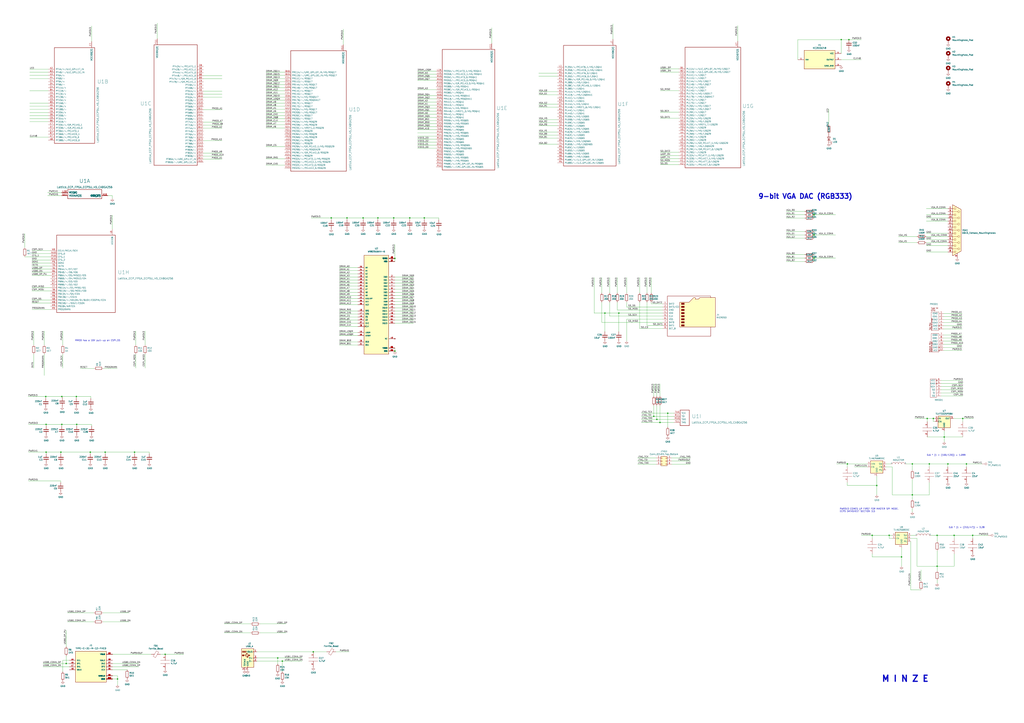
<source format=kicad_sch>
(kicad_sch (version 20211123) (generator eeschema)
  (paper "A1")
  (title_block (title "Minze Computer") (date "2023-09-06") (rev "V1") (company "Copyright © 2023 Lone Dynamics Corporation"))
  (junction (at 496.824 257.302))
  (junction (at 766.572 343.916))
  (junction (at 548.386 339.598))
  (junction (at 284.988 179.07))
  (junction (at 542.036 347.218))
  (junction (at 50.8 348.742))
  (junction (at 257.302 535.686))
  (junction (at 37.846 371.602))
  (junction (at 110.49 371.602))
  (junction (at 228.092 540.766))
  (junction (at 668.528 176.53))
  (junction (at 324.358 288.544))
  (junction (at 769.62 439.928))
  (junction (at 697.23 32.512))
  (junction (at 135.636 537.718))
  (junction (at 54.356 545.338))
  (junction (at 508.254 257.302))
  (junction (at 763.27 381.254))
  (junction (at 668.528 193.04))
  (junction (at 749.3 406.654))
  (junction (at 761.492 343.916))
  (junction (at 50.8 325.882))
  (junction (at 740.41 457.708))
  (junction (at 769.62 465.328))
  (junction (at 62.992 348.742))
  (junction (at 668.528 212.09))
  (junction (at 720.09 399.034))
  (junction (at 790.702 343.916))
  (junction (at 783.59 439.928))
  (junction (at 749.3 381.254))
  (junction (at 74.168 371.602))
  (junction (at 324.358 212.344))
  (junction (at 730.25 439.928))
  (junction (at 50.038 371.602))
  (junction (at 37.846 348.742))
  (junction (at 86.36 371.602))
  (junction (at 690.88 32.512))
  (junction (at 298.196 179.07))
  (junction (at 231.902 543.306))
  (junction (at 775.462 359.156))
  (junction (at 62.738 325.882))
  (junction (at 778.51 381.254))
  (junction (at 695.96 381.254))
  (junction (at 348.488 179.07))
  (junction (at 793.75 381.254))
  (junction (at 310.388 179.07))
  (junction (at 272.034 179.07))
  (junction (at 37.592 325.882))
  (junction (at 716.28 439.928))
  (junction (at 536.956 342.138))
  (junction (at 96.52 558.038))
  (junction (at 323.342 179.07))
  (junction (at 798.83 439.928))
  (junction (at 539.496 344.678))
  (junction (at 336.55 179.07))
  (wire (pts (xy 233.68 94.996) (xy 218.44 94.996)))
  (wire (pts (xy 324.358 260.604) (xy 339.598 260.604)))
  (wire (pts (xy 534.924 240.792) (xy 534.924 228.092)))
  (wire (pts (xy 233.68 82.296) (xy 218.44 82.296)))
  (wire (pts (xy 50.8 348.742) (xy 62.992 348.742)))
  (wire (pts (xy 92.456 555.498) (xy 96.52 555.498)))
  (wire (pts (xy 24.384 84.836) (xy 39.624 84.836)))
  (wire (pts (xy 783.59 442.468) (xy 783.59 439.928)))
  (wire (pts (xy 778.51 201.93) (xy 760.73 201.93)))
  (wire (pts (xy 233.68 102.616) (xy 218.44 102.616)))
  (wire (pts (xy 278.638 242.824) (xy 293.878 242.824)))
  (wire (pts (xy 167.132 115.57) (xy 182.372 115.57)))
  (wire (pts (xy 92.202 176.784) (xy 92.202 188.214)))
  (wire (pts (xy 756.412 477.266) (xy 756.412 468.376)))
  (wire (pts (xy 749.3 410.464) (xy 749.3 406.654)))
  (wire (pts (xy 749.3 406.654) (xy 763.27 406.654)))
  (wire (pts (xy 324.358 232.664) (xy 339.598 232.664)))
  (wire (pts (xy 732.79 383.794) (xy 732.79 406.654)))
  (wire (pts (xy 24.384 64.516) (xy 39.624 64.516)))
  (wire (pts (xy 92.456 558.038) (xy 96.52 558.038)))
  (wire (pts (xy 62.738 327.152) (xy 62.738 325.882)))
  (wire (pts (xy 54.356 531.368) (xy 54.356 518.414)))
  (wire (pts (xy 211.074 535.686) (xy 257.302 535.686)))
  (wire (pts (xy 233.68 84.836) (xy 218.44 84.836)))
  (wire (pts (xy 358.14 101.6) (xy 342.9 101.6)))
  (wire (pts (xy 74.168 372.872) (xy 74.168 371.602)))
  (wire (pts (xy 278.638 227.584) (xy 293.878 227.584)))
  (wire (pts (xy 24.384 87.376) (xy 39.624 87.376)))
  (wire (pts (xy 284.988 179.07) (xy 298.196 179.07)))
  (wire (pts (xy 278.638 255.524) (xy 293.878 255.524)))
  (wire (pts (xy 96.52 558.038) (xy 96.52 562.864)))
  (wire (pts (xy 749.3 393.954) (xy 749.3 406.654)))
  (wire (pts (xy 790.702 317.754) (xy 772.922 317.754)))
  (wire (pts (xy 26.162 249.174) (xy 41.402 249.174)))
  (wire (pts (xy 324.358 227.584) (xy 339.598 227.584)))
  (wire (pts (xy 660.908 190.246) (xy 645.668 190.246)))
  (wire (pts (xy 92.202 160.782) (xy 88.646 160.782)))
  (wire (pts (xy 26.162 226.314) (xy 41.402 226.314)))
  (wire (pts (xy 457.708 75.438) (xy 442.468 75.438)))
  (wire (pts (xy 526.796 342.138) (xy 536.956 342.138)))
  (wire (pts (xy 167.132 62.23) (xy 182.372 62.23)))
  (wire (pts (xy 766.572 343.916) (xy 761.492 343.916)))
  (wire (pts (xy 701.802 383.794) (xy 712.47 383.794)))
  (wire (pts (xy 233.68 74.676) (xy 218.44 74.676)))
  (wire (pts (xy 358.14 116.84) (xy 342.9 116.84)))
  (wire (pts (xy 730.25 439.928) (xy 732.79 439.928)))
  (wire (pts (xy 790.702 315.214) (xy 772.922 315.214)))
  (wire (pts (xy 660.908 179.324) (xy 645.668 179.324)))
  (wire (pts (xy 233.68 92.456) (xy 218.44 92.456)))
  (wire (pts (xy 278.638 280.924) (xy 293.878 280.924)))
  (wire (pts (xy 54.356 518.414) (xy 54.61 518.414)))
  (wire (pts (xy 50.8 350.012) (xy 50.8 348.742)))
  (wire (pts (xy 778.51 191.77) (xy 760.73 191.77)))
  (wire (pts (xy 542.29 135.382) (xy 557.53 135.382)))
  (wire (pts (xy 767.842 343.916) (xy 766.572 343.916)))
  (wire (pts (xy 748.03 445.008) (xy 748.03 484.886)))
  (wire (pts (xy 542.29 127.762) (xy 557.53 127.762)))
  (wire (pts (xy 62.992 350.012) (xy 62.992 348.742)))
  (wire (pts (xy 233.68 87.376) (xy 218.44 87.376)))
  (wire (pts (xy 720.09 399.034) (xy 720.09 406.654)))
  (wire (pts (xy 278.638 265.684) (xy 293.878 265.684)))
  (wire (pts (xy 257.302 535.686) (xy 268.224 535.686)))
  (wire (pts (xy 686.308 176.53) (xy 668.528 176.53)))
  (wire (pts (xy 110.49 372.872) (xy 110.49 371.602)))
  (wire (pts (xy 167.132 90.17) (xy 182.372 90.17)))
  (wire (pts (xy 457.708 98.298) (xy 442.468 98.298)))
  (wire (pts (xy 790.702 320.294) (xy 772.922 320.294)))
  (wire (pts (xy 655.32 49.022) (xy 655.32 32.512)))
  (wire (pts (xy 500.634 259.842) (xy 544.322 259.842)))
  (wire (pts (xy 51.562 551.942) (xy 51.562 542.798)))
  (wire (pts (xy 774.954 282.956) (xy 790.194 282.956)))
  (wire (pts (xy 542.29 130.302) (xy 557.53 130.302)))
  (wire (pts (xy 748.03 484.886) (xy 756.412 484.886)))
  (wire (pts (xy 211.074 540.766) (xy 228.092 540.766)))
  (wire (pts (xy 798.83 439.928) (xy 811.53 439.928)))
  (wire (pts (xy 37.592 327.152) (xy 37.592 325.882)))
  (wire (pts (xy 324.358 200.914) (xy 324.358 212.344)))
  (wire (pts (xy 457.708 108.458) (xy 442.468 108.458)))
  (wire (pts (xy 506.984 240.792) (xy 506.984 228.092)))
  (wire (pts (xy 26.162 205.994) (xy 41.402 205.994)))
  (wire (pts (xy 23.368 371.602) (xy 37.846 371.602)))
  (wire (pts (xy 496.824 257.302) (xy 487.934 257.302)))
  (wire (pts (xy 542.29 125.222) (xy 557.53 125.222)))
  (wire (pts (xy 110.49 371.602) (xy 122.682 371.602)))
  (wire (pts (xy 720.09 399.034) (xy 695.96 399.034)))
  (wire (pts (xy 668.528 193.04) (xy 668.528 195.834)))
  (wire (pts (xy 798.83 439.928) (xy 798.83 442.468)))
  (wire (pts (xy 96.52 555.498) (xy 96.52 558.038)))
  (wire (pts (xy 457.708 88.138) (xy 442.468 88.138)))
  (wire (pts (xy 542.29 56.642) (xy 557.53 56.642)))
  (wire (pts (xy 774.954 280.416) (xy 790.194 280.416)))
  (wire (pts (xy 24.384 74.676) (xy 39.624 74.676)))
  (wire (pts (xy 716.28 439.928) (xy 730.25 439.928)))
  (wire (pts (xy 763.27 383.794) (xy 763.27 381.254)))
  (wire (pts (xy 233.68 100.076) (xy 218.44 100.076)))
  (wire (pts (xy 231.902 543.306) (xy 248.158 543.306)))
  (wire (pts (xy 233.68 105.156) (xy 218.44 105.156)))
  (wire (pts (xy 774.954 260.096) (xy 790.194 260.096)))
  (wire (pts (xy 24.384 100.076) (xy 39.624 100.076)))
  (wire (pts (xy 660.908 173.736) (xy 645.668 173.736)))
  (wire (pts (xy 26.162 221.234) (xy 41.402 221.234)))
  (wire (pts (xy 231.902 543.306) (xy 231.902 551.942)))
  (wire (pts (xy 457.708 118.618) (xy 442.468 118.618)))
  (wire (pts (xy 278.638 230.124) (xy 293.878 230.124)))
  (wire (pts (xy 508.254 272.542) (xy 508.254 257.302)))
  (wire (pts (xy 774.954 285.496) (xy 790.194 285.496)))
  (wire (pts (xy 539.496 344.678) (xy 553.466 344.678)))
  (wire (pts (xy 790.702 322.834) (xy 772.922 322.834)))
  (wire (pts (xy 732.79 442.468) (xy 730.25 442.468)))
  (wire (pts (xy 695.96 383.794) (xy 695.96 381.254)))
  (wire (pts (xy 348.488 180.34) (xy 348.488 179.07)))
  (wire (pts (xy 37.592 325.882) (xy 50.8 325.882)))
  (wire (pts (xy 358.14 109.22) (xy 342.9 109.22)))
  (wire (pts (xy 20.32 211.074) (xy 41.402 211.074)))
  (wire (pts (xy 310.388 180.34) (xy 310.388 179.07)))
  (wire (pts (xy 538.988 378.968) (xy 523.748 378.968)))
  (wire (pts (xy 37.846 371.602) (xy 50.038 371.602)))
  (wire (pts (xy 20.32 192.024) (xy 20.32 203.454)))
  (wire (pts (xy 536.956 342.138) (xy 536.956 333.248)))
  (wire (pts (xy 26.162 223.774) (xy 41.402 223.774)))
  (wire (pts (xy 494.284 240.792) (xy 494.284 228.092)))
  (wire (pts (xy 358.14 119.38) (xy 342.9 119.38)))
  (wire (pts (xy 542.29 132.842) (xy 557.53 132.842)))
  (wire (pts (xy 730.25 442.468) (xy 730.25 439.928)))
  (wire (pts (xy 534.924 249.682) (xy 534.924 248.412)))
  (wire (pts (xy 167.132 125.73) (xy 182.372 125.73)))
  (wire (pts (xy 514.604 262.382) (xy 514.604 280.162)))
  (wire (pts (xy 778.51 196.85) (xy 760.73 196.85)))
  (wire (pts (xy 769.62 469.138) (xy 769.62 465.328)))
  (wire (pts (xy 84.836 302.768) (xy 96.266 302.768)))
  (wire (pts (xy 167.132 80.01) (xy 182.372 80.01)))
  (wire (pts (xy 228.092 540.766) (xy 228.092 545.592)))
  (wire (pts (xy 233.68 130.556) (xy 218.44 130.556)))
  (wire (pts (xy 111.506 272.034) (xy 111.506 283.464)))
  (wire (pts (xy 26.162 216.154) (xy 41.402 216.154)))
  (wire (pts (xy 24.384 92.456) (xy 39.624 92.456)))
  (wire (pts (xy 695.96 381.254) (xy 712.47 381.254)))
  (wire (pts (xy 75.184 350.012) (xy 75.184 348.742)))
  (wire (pts (xy 358.14 63.5) (xy 342.9 63.5)))
  (wire (pts (xy 360.426 179.07) (xy 360.426 180.594)))
  (wire (pts (xy 131.826 537.718) (xy 135.636 537.718)))
  (wire (pts (xy 37.846 372.872) (xy 37.846 371.602)))
  (wire (pts (xy 278.638 219.964) (xy 293.878 219.964)))
  (wire (pts (xy 272.034 179.07) (xy 272.034 180.594)))
  (wire (pts (xy 526.796 347.218) (xy 542.036 347.218)))
  (wire (pts (xy 35.306 545.338) (xy 54.356 545.338)))
  (wire (pts (xy 660.908 195.834) (xy 645.668 195.834)))
  (wire (pts (xy 660.908 193.04) (xy 645.668 193.04)))
  (wire (pts (xy 514.604 262.382) (xy 544.322 262.382)))
  (wire (pts (xy 748.03 442.468) (xy 753.11 442.468)))
  (wire (pts (xy 358.14 83.82) (xy 342.9 83.82)))
  (wire (pts (xy 55.372 511.048) (xy 76.962 511.048)))
  (wire (pts (xy 167.132 102.87) (xy 182.372 102.87)))
  (wire (pts (xy 310.388 179.07) (xy 323.342 179.07)))
  (wire (pts (xy 778.51 179.07) (xy 760.73 179.07)))
  (wire (pts (xy 774.954 277.876) (xy 790.194 277.876)))
  (wire (pts (xy 525.272 248.412) (xy 525.272 270.002)))
  (wire (pts (xy 129.032 19.05) (xy 129.032 31.75)))
  (wire (pts (xy 542.036 347.218) (xy 553.466 347.218)))
  (wire (pts (xy 496.824 257.302) (xy 496.824 272.542)))
  (wire (pts (xy 769.62 479.298) (xy 769.62 476.758)))
  (wire (pts (xy 514.604 240.792) (xy 514.604 228.092)))
  (wire (pts (xy 37.846 350.012) (xy 37.846 348.742)))
  (wire (pts (xy 167.132 128.27) (xy 182.372 128.27)))
  (wire (pts (xy 690.88 43.942) (xy 690.88 32.512)))
  (wire (pts (xy 278.638 222.504) (xy 293.878 222.504)))
  (wire (pts (xy 457.708 100.838) (xy 442.468 100.838)))
  (wire (pts (xy 668.528 173.736) (xy 668.528 176.53)))
  (wire (pts (xy 686.308 193.04) (xy 668.528 193.04)))
  (wire (pts (xy 278.638 250.444) (xy 293.878 250.444)))
  (wire (pts (xy 35.306 547.878) (xy 56.896 547.878)))
  (wire (pts (xy 403.86 22.86) (xy 403.86 35.56)))
  (wire (pts (xy 763.27 406.654) (xy 763.27 396.494)))
  (wire (pts (xy 358.14 104.14) (xy 342.9 104.14)))
  (wire (pts (xy 167.132 64.77) (xy 182.372 64.77)))
  (wire (pts (xy 51.562 542.798) (xy 56.896 542.798)))
  (wire (pts (xy 660.908 209.296) (xy 645.668 209.296)))
  (wire (pts (xy 24.384 61.976) (xy 39.624 61.976)))
  (wire (pts (xy 24.384 97.536) (xy 39.624 97.536)))
  (wire (pts (xy 26.162 239.014) (xy 41.402 239.014)))
  (wire (pts (xy 542.29 74.422) (xy 557.53 74.422)))
  (wire (pts (xy 740.41 457.708) (xy 716.28 457.708)))
  (wire (pts (xy 774.954 257.556) (xy 790.194 257.556)))
  (wire (pts (xy 783.59 439.928) (xy 798.83 439.928)))
  (wire (pts (xy 211.074 543.306) (xy 231.902 543.306)))
  (wire (pts (xy 778.51 381.254) (xy 793.75 381.254)))
  (wire (pts (xy 26.162 208.534) (xy 41.402 208.534)))
  (wire (pts (xy 358.14 96.52) (xy 342.9 96.52)))
  (wire (pts (xy 278.638 240.284) (xy 293.878 240.284)))
  (wire (pts (xy 358.14 88.9) (xy 342.9 88.9)))
  (wire (pts (xy 778.51 207.01) (xy 760.73 207.01)))
  (wire (pts (xy 660.908 214.884) (xy 645.668 214.884)))
  (wire (pts (xy 763.27 381.254) (xy 778.51 381.254)))
  (wire (pts (xy 695.96 396.494) (xy 695.96 399.034)))
  (wire (pts (xy 36.322 272.034) (xy 36.322 283.464)))
  (wire (pts (xy 514.604 252.222) (xy 544.322 252.222)))
  (wire (pts (xy 336.55 179.07) (xy 348.488 179.07)))
  (wire (pts (xy 84.582 511.048) (xy 106.172 511.048)))
  (wire (pts (xy 51.562 291.084) (xy 51.562 302.514)))
  (wire (pts (xy 767.842 346.456) (xy 766.572 346.456)))
  (wire (pts (xy 539.496 325.628) (xy 539.496 315.468)))
  (wire (pts (xy 23.368 348.742) (xy 37.846 348.742)))
  (wire (pts (xy 668.528 212.09) (xy 668.528 214.884)))
  (wire (pts (xy 54.356 545.338) (xy 56.896 545.338)))
  (wire (pts (xy 119.126 272.034) (xy 119.126 283.464)))
  (wire (pts (xy 660.908 176.53) (xy 645.668 176.53)))
  (wire (pts (xy 358.14 66.04) (xy 342.9 66.04)))
  (wire (pts (xy 506.984 254.762) (xy 544.322 254.762)))
  (wire (pts (xy 27.686 272.034) (xy 27.686 283.464)))
  (wire (pts (xy 790.702 346.456) (xy 790.702 343.916)))
  (wire (pts (xy 753.11 194.31) (xy 737.87 194.31)))
  (wire (pts (xy 324.358 265.684) (xy 339.598 265.684)))
  (wire (pts (xy 525.272 270.002) (xy 544.322 270.002)))
  (wire (pts (xy 774.954 288.036) (xy 790.194 288.036)))
  (wire (pts (xy 774.954 267.716) (xy 790.194 267.716)))
  (wire (pts (xy 278.638 268.224) (xy 293.878 268.224)))
  (wire (pts (xy 278.638 275.844) (xy 293.878 275.844)))
  (wire (pts (xy 503.428 19.558) (xy 503.428 32.258)))
  (wire (pts (xy 605.79 33.782) (xy 605.79 21.082)))
  (wire (pts (xy 324.358 240.284) (xy 339.598 240.284)))
  (wire (pts (xy 740.41 450.088) (xy 740.41 457.708)))
  (wire (pts (xy 278.638 247.904) (xy 293.878 247.904)))
  (wire (pts (xy 228.092 540.766) (xy 248.158 540.766)))
  (wire (pts (xy 457.708 103.378) (xy 442.468 103.378)))
  (wire (pts (xy 65.786 302.768) (xy 77.216 302.768)))
  (wire (pts (xy 487.934 257.302) (xy 487.934 228.092)))
  (wire (pts (xy 278.638 258.064) (xy 293.878 258.064)))
  (wire (pts (xy 167.132 130.81) (xy 182.372 130.81)))
  (wire (pts (xy 281.94 23.876) (xy 281.94 36.576)))
  (wire (pts (xy 769.62 445.008) (xy 769.62 439.928)))
  (wire (pts (xy 769.62 465.328) (xy 783.59 465.328)))
  (wire (pts (xy 324.358 250.444) (xy 339.598 250.444)))
  (wire (pts (xy 668.528 190.246) (xy 668.528 193.04)))
  (wire (pts (xy 278.638 283.464) (xy 293.878 283.464)))
  (wire (pts (xy 92.456 537.718) (xy 124.206 537.718)))
  (wire (pts (xy 778.51 176.53) (xy 760.73 176.53)))
  (wire (pts (xy 749.3 420.624) (xy 749.3 418.084)))
  (wire (pts (xy 542.29 59.182) (xy 557.53 59.182)))
  (wire (pts (xy 500.634 240.792) (xy 500.634 228.092)))
  (wire (pts (xy 716.28 455.168) (xy 716.28 457.708)))
  (wire (pts (xy 26.162 236.474) (xy 41.402 236.474)))
  (wire (pts (xy 86.36 371.602) (xy 110.49 371.602)))
  (wire (pts (xy 167.132 74.93) (xy 182.372 74.93)))
  (wire (pts (xy 531.368 240.792) (xy 531.368 228.092)))
  (wire (pts (xy 457.708 113.538) (xy 442.468 113.538)))
  (wire (pts (xy 323.342 179.07) (xy 336.55 179.07)))
  (wire (pts (xy 506.984 254.762) (xy 506.984 248.412)))
  (wire (pts (xy 278.638 235.204) (xy 293.878 235.204)))
  (wire (pts (xy 119.126 291.084) (xy 119.126 302.514)))
  (wire (pts (xy 690.88 32.512) (xy 697.23 32.512)))
  (wire (pts (xy 358.14 60.96) (xy 342.9 60.96)))
  (wire (pts (xy 769.62 439.928) (xy 783.59 439.928)))
  (wire (pts (xy 686.308 212.09) (xy 668.528 212.09)))
  (wire (pts (xy 775.462 354.076) (xy 775.462 359.156)))
  (wire (pts (xy 298.196 179.07) (xy 298.196 180.34)))
  (wire (pts (xy 358.14 114.3) (xy 342.9 114.3)))
  (wire (pts (xy 233.68 97.536) (xy 218.44 97.536)))
  (wire (pts (xy 358.14 106.68) (xy 342.9 106.68)))
  (wire (pts (xy 778.51 194.31) (xy 760.73 194.31)))
  (wire (pts (xy 92.202 163.068) (xy 92.202 160.782)))
  (wire (pts (xy 272.034 179.07) (xy 284.988 179.07)))
  (wire (pts (xy 508.254 257.302) (xy 544.322 257.302)))
  (wire (pts (xy 769.62 465.328) (xy 753.11 465.328)))
  (wire (pts (xy 668.528 209.296) (xy 668.528 212.09)))
  (wire (pts (xy 775.462 362.966) (xy 775.462 359.156)))
  (wire (pts (xy 526.796 344.678) (xy 539.496 344.678)))
  (wire (pts (xy 50.038 371.602) (xy 74.168 371.602)))
  (wire (pts (xy 39.116 160.782) (xy 50.546 160.782)))
  (wire (pts (xy 233.68 77.216) (xy 218.44 77.216)))
  (wire (pts (xy 727.71 381.254) (xy 731.52 381.254)))
  (wire (pts (xy 790.702 325.374) (xy 772.922 325.374)))
  (wire (pts (xy 24.384 112.776) (xy 39.624 112.776)))
  (wire (pts (xy 538.988 381.508) (xy 523.748 381.508)))
  (wire (pts (xy 793.75 381.254) (xy 806.45 381.254)))
  (wire (pts (xy 24.384 94.996) (xy 39.624 94.996)))
  (wire (pts (xy 213.36 512.826) (xy 234.95 512.826)))
  (wire (pts (xy 86.36 372.872) (xy 86.36 371.602)))
  (wire (pts (xy 526.796 339.598) (xy 548.386 339.598)))
  (wire (pts (xy 680.72 102.362) (xy 680.72 89.662)))
  (wire (pts (xy 751.332 343.916) (xy 761.492 343.916)))
  (wire (pts (xy 39.116 158.242) (xy 50.546 158.242)))
  (wire (pts (xy 514.604 252.222) (xy 514.604 248.412)))
  (wire (pts (xy 75.184 21.336) (xy 75.184 34.036)))
  (wire (pts (xy 324.358 252.984) (xy 339.598 252.984)))
  (wire (pts (xy 324.358 230.124) (xy 339.598 230.124)))
  (wire (pts (xy 167.132 105.41) (xy 182.372 105.41)))
  (wire (pts (xy 324.358 286.004) (xy 324.358 288.544)))
  (wire (pts (xy 122.682 372.872) (xy 122.682 371.602)))
  (wire (pts (xy 749.3 386.334) (xy 749.3 381.254)))
  (wire (pts (xy 62.992 348.742) (xy 75.184 348.742)))
  (wire (pts (xy 278.638 245.364) (xy 293.878 245.364)))
  (wire (pts (xy 457.708 62.738) (xy 442.468 62.738)))
  (wire (pts (xy 278.638 263.144) (xy 293.878 263.144)))
  (wire (pts (xy 753.11 199.39) (xy 737.87 199.39)))
  (wire (pts (xy 774.954 265.176) (xy 790.194 265.176)))
  (wire (pts (xy 49.784 396.494) (xy 49.784 395.224)))
  (wire (pts (xy 278.638 260.604) (xy 293.878 260.604)))
  (wire (pts (xy 358.14 111.76) (xy 342.9 111.76)))
  (wire (pts (xy 548.386 339.598) (xy 553.466 339.598)))
  (wire (pts (xy 783.082 343.916) (xy 790.702 343.916)))
  (wire (pts (xy 358.14 99.06) (xy 342.9 99.06)))
  (wire (pts (xy 358.14 58.42) (xy 342.9 58.42)))
  (wire (pts (xy 233.68 69.596) (xy 218.44 69.596)))
  (wire (pts (xy 298.196 179.07) (xy 310.388 179.07)))
  (wire (pts (xy 24.384 59.436) (xy 39.624 59.436)))
  (wire (pts (xy 37.846 348.742) (xy 50.8 348.742)))
  (wire (pts (xy 324.358 235.204) (xy 339.598 235.204)))
  (wire (pts (xy 566.928 378.968) (xy 551.688 378.968)))
  (wire (pts (xy 494.284 264.922) (xy 544.322 264.922)))
  (wire (pts (xy 500.634 259.842) (xy 500.634 248.412)))
  (wire (pts (xy 184.15 520.192) (xy 205.74 520.192)))
  (wire (pts (xy 275.844 535.686) (xy 286.766 535.686)))
  (wire (pts (xy 536.956 342.138) (xy 553.466 342.138)))
  (wire (pts (xy 74.676 325.882) (xy 74.676 327.406)))
  (wire (pts (xy 84.582 503.682) (xy 106.172 503.682)))
  (wire (pts (xy 697.23 32.512) (xy 707.39 32.512)))
  (wire (pts (xy 494.284 264.922) (xy 494.284 248.412)))
  (wire (pts (xy 92.456 545.338) (xy 114.046 545.338)))
  (wire (pts (xy 566.928 376.428) (xy 551.688 376.428)))
  (wire (pts (xy 92.456 550.418) (xy 104.394 550.418)))
  (wire (pts (xy 660.908 212.09) (xy 645.668 212.09)))
  (wire (pts (xy 233.68 61.976) (xy 218.44 61.976)))
  (wire (pts (xy 167.132 100.33) (xy 182.372 100.33)))
  (wire (pts (xy 324.358 245.364) (xy 339.598 245.364)))
  (wire (pts (xy 26.162 218.694) (xy 41.402 218.694)))
  (wire (pts (xy 668.528 176.53) (xy 668.528 179.324)))
  (wire (pts (xy 255.524 179.07) (xy 272.034 179.07)))
  (wire (pts (xy 774.954 262.636) (xy 790.194 262.636)))
  (wire (pts (xy 544.322 249.682) (xy 534.924 249.682)))
  (wire (pts (xy 542.29 92.202) (xy 557.53 92.202)))
  (wire (pts (xy 790.702 312.674) (xy 772.922 312.674)))
  (wire (pts (xy 687.07 381.254) (xy 695.96 381.254)))
  (wire (pts (xy 778.51 199.39) (xy 760.73 199.39)))
  (wire (pts (xy 23.114 325.882) (xy 37.592 325.882)))
  (wire (pts (xy 36.322 291.084) (xy 36.322 308.61)))
  (wire (pts (xy 358.14 86.36) (xy 342.9 86.36)))
  (wire (pts (xy 55.372 503.682) (xy 76.962 503.682)))
  (wire (pts (xy 358.14 81.28) (xy 342.9 81.28)))
  (wire (pts (xy 457.708 110.998) (xy 442.468 110.998)))
  (wire (pts (xy 233.68 59.436) (xy 218.44 59.436)))
  (wire (pts (xy 690.88 49.022) (xy 707.39 49.022)))
  (wire (pts (xy 233.68 120.396) (xy 218.44 120.396)))
  (wire (pts (xy 24.384 56.896) (xy 39.624 56.896)))
  (wire (pts (xy 167.132 77.47) (xy 182.372 77.47)))
  (wire (pts (xy 457.708 60.198) (xy 442.468 60.198)))
  (wire (pts (xy 51.054 326.644) (xy 50.8 325.882)))
  (wire (pts (xy 536.956 325.628) (xy 536.956 315.468)))
  (wire (pts (xy 26.289 254.254) (xy 41.402 254.254)))
  (wire (pts (xy 278.638 237.744) (xy 293.878 237.744)))
  (wire (pts (xy 542.036 325.628) (xy 542.036 315.468)))
  (wire (pts (xy 50.038 372.872) (xy 50.038 371.602)))
  (wire (pts (xy 774.954 275.336) (xy 790.194 275.336)))
  (wire (pts (xy 324.358 258.064) (xy 339.598 258.064)))
  (wire (pts (xy 508.254 257.302) (xy 496.824 257.302)))
  (wire (pts (xy 716.28 442.468) (xy 716.28 439.928)))
  (wire (pts (xy 774.954 270.256) (xy 790.194 270.256)))
  (wire (pts (xy 542.29 97.282) (xy 557.53 97.282)))
  (wire (pts (xy 324.358 242.824) (xy 339.598 242.824)))
  (wire (pts (xy 720.09 391.414) (xy 720.09 399.034)))
  (wire (pts (xy 531.368 267.462) (xy 531.368 248.412)))
  (wire (pts (xy 761.492 359.156) (xy 775.462 359.156)))
  (wire (pts (xy 23.368 395.224) (xy 49.784 395.224)))
  (wire (pts (xy 769.62 439.928) (xy 764.54 439.928)))
  (wire (pts (xy 358.14 78.74) (xy 342.9 78.74)))
  (wire (pts (xy 26.162 246.634) (xy 41.402 246.634)))
  (wire (pts (xy 284.988 179.07) (xy 284.988 180.34)))
  (wire (pts (xy 233.68 72.136) (xy 218.44 72.136)))
  (wire (pts (xy 348.488 179.07) (xy 360.426 179.07)))
  (wire (pts (xy 50.8 325.882) (xy 62.738 325.882)))
  (wire (pts (xy 753.11 442.468) (xy 753.11 465.328)))
  (wire (pts (xy 24.384 89.916) (xy 39.624 89.916)))
  (wire (pts (xy 135.636 537.718) (xy 150.876 537.718)))
  (wire (pts (xy 566.928 381.508) (xy 551.688 381.508)))
  (wire (pts (xy 766.572 346.456) (xy 766.572 343.916)))
  (wire (pts (xy 184.15 512.826) (xy 205.74 512.826)))
  (wire (pts (xy 336.55 180.34) (xy 336.55 179.07)))
  (wire (pts (xy 324.358 237.744) (xy 339.598 237.744)))
  (wire (pts (xy 740.41 457.708) (xy 740.41 465.328)))
  (wire (pts (xy 111.506 291.084) (xy 111.506 302.514)))
  (wire (pts (xy 278.638 273.304) (xy 293.878 273.304)))
  (wire (pts (xy 213.36 520.192) (xy 234.95 520.192)))
  (wire (pts (xy 783.59 465.328) (xy 783.59 455.168)))
  (wire (pts (xy 707.39 439.928) (xy 716.28 439.928)))
  (wire (pts (xy 544.322 267.462) (xy 531.368 267.462)))
  (wire (pts (xy 548.386 339.598) (xy 548.386 351.028)))
  (wire (pts (xy 769.62 452.628) (xy 769.62 465.328)))
  (wire (pts (xy 233.68 89.916) (xy 218.44 89.916)))
  (wire (pts (xy 538.988 376.428) (xy 523.748 376.428)))
  (wire (pts (xy 749.3 381.254) (xy 763.27 381.254)))
  (wire (pts (xy 358.14 91.44) (xy 342.9 91.44)))
  (wire (pts (xy 793.75 381.254) (xy 793.75 383.794)))
  (wire (pts (xy 778.51 181.61) (xy 760.73 181.61)))
  (wire (pts (xy 775.462 359.156) (xy 790.702 359.156)))
  (wire (pts (xy 457.708 85.598) (xy 442.468 85.598)))
  (wire (pts (xy 749.3 381.254) (xy 744.22 381.254)))
  (wire (pts (xy 324.358 247.904) (xy 339.598 247.904)))
  (wire (pts (xy 358.14 93.98) (xy 342.9 93.98)))
  (wire (pts (xy 358.14 121.92) (xy 342.9 121.92)))
  (wire (pts (xy 778.51 381.254) (xy 778.51 383.794)))
  (wire (pts (xy 727.71 383.794) (xy 732.79 383.794)))
  (wire (pts (xy 761.492 346.456) (xy 761.492 343.916)))
  (wire (pts (xy 748.03 439.928) (xy 751.84 439.928)))
  (wire (pts (xy 51.562 272.034) (xy 51.562 283.464)))
  (wire (pts (xy 539.496 344.678) (xy 539.496 333.248)))
  (wire (pts (xy 62.738 325.882) (xy 74.676 325.882)))
  (wire (pts (xy 233.68 67.056) (xy 218.44 67.056)))
  (wire (pts (xy 26.162 213.614) (xy 41.402 213.614)))
  (wire (pts (xy 323.342 180.34) (xy 323.342 179.07)))
  (wire (pts (xy 278.638 225.044) (xy 293.878 225.044)))
  (wire (pts (xy 525.272 240.792) (xy 525.272 228.092)))
  (wire (pts (xy 324.358 263.144) (xy 339.598 263.144)))
  (wire (pts (xy 92.456 547.878) (xy 114.046 547.878)))
  (wire (pts (xy 324.358 212.344) (xy 324.358 214.884)))
  (wire (pts (xy 542.036 347.218) (xy 542.036 333.248)))
  (wire (pts (xy 54.356 538.988) (xy 54.356 545.338)))
  (wire (pts (xy 27.686 291.084) (xy 27.686 302.514)))
  (wire (pts (xy 233.68 79.756) (xy 218.44 79.756)))
  (wire (pts (xy 233.68 135.636) (xy 218.44 135.636)))
  (wire (pts (xy 749.3 406.654) (xy 732.79 406.654)))
  (wire (pts (xy 457.708 77.978) (xy 442.468 77.978)))
  (wire (pts (xy 278.638 232.664) (xy 293.878 232.664)))
  (wire (pts (xy 778.51 171.45) (xy 760.73 171.45)))
  (wire (pts (xy 74.168 371.602) (xy 86.36 371.602)))
  (wire (pts (xy 358.14 73.66) (xy 342.9 73.66)))
  (wire (pts (xy 790.702 343.916) (xy 799.592 343.916)))
  (wire (pts (xy 655.32 32.512) (xy 690.88 32.512)))
  (wire (pts (xy 324.358 255.524) (xy 339.598 255.524)))
  (wire (pts (xy 233.68 64.516) (xy 218.44 64.516)))
  (text "M I N Z E" (at 723.9 560.832 0) (effects (font (size 5 5) (thickness 1) bold) (justify left bottom)))
  (text "PWR3V3 COMES UP FIRST FOR MASTER SPI MODE,\nECP5 DATASHEET SECTION 3.5" (at 689.61 421.132 0) (effects (font (size 1.27 1.27)) (justify left bottom)))
  (text "0.6 * (1 + (210/47)) = 3.28" (at 779.272 434.34 0) (effects (font (size 1.27 1.27)) (justify left bottom)))
  (text "MMOD has a 10K pull-up on CSPI_SS" (at 98.806 280.67 180) (effects (font (size 1.27 1.27)) (justify right bottom)))
  (text "0.6 * (1 + (100/120)) = 1.099" (at 761.238 374.904 0) (effects (font (size 1.27 1.27)) (justify left bottom)))
  (text "9-bit VGA DAC (RGB333)" (at 622.554 163.83 0) (effects (font (size 4 4) (thickness 0.8) bold) (justify left bottom)))
  (label "DRAM_LDQM" (at 342.9 58.42 0))
  (label "DRAM_DQ0" (at 330.2 227.584 0))
  (label "PWR1V1" (at 40.132 158.242 0))
  (label "DRAM_CLK" (at 218.44 100.076 0))
  (label "CLK48" (at 700.786 49.022 0))
  (label "USB0_CONN_DP" (at 35.306 545.338 0))
  (label "USB0_DP_PU" (at 26.162 226.314 0))
  (label "VGA_B1" (at 442.468 113.538 0))
  (label "VGA_B2" (at 645.668 214.884 0))
  (label "DRAM_CS" (at 218.44 120.396 0))
  (label "VGA_R0" (at 442.468 103.378 0))
  (label "PMOD_A7" (at 781.05 275.336 0))
  (label "PWR3V3" (at 539.496 323.088 90))
  (label "UART_TX" (at 542.29 130.302 0))
  (label "DRAM_CLK" (at 278.638 268.224 0))
  (label "PWR3V3" (at 751.332 343.916 0))
  (label "DRAM_DQ5" (at 330.2 240.284 0))
  (label "VGA_R0" (at 645.668 173.736 0))
  (label "PMOD_A4" (at 781.304 265.176 0))
  (label "CSPI_SS" (at 26.162 246.634 0))
  (label "DRAM_DQ12" (at 218.44 69.596 0))
  (label "DRAM_A4" (at 278.638 230.124 0))
  (label "DRAM_CKE" (at 278.638 265.684 0))
  (label "DRAM_DQ3" (at 330.2 235.204 0))
  (label "DRAM_BS0" (at 278.638 280.924 0))
  (label "DRAM_A6" (at 218.44 105.156 0))
  (label "PWR3V3" (at 119.126 279.654 90))
  (label "DRAM_A8" (at 278.638 240.284 0))
  (label "DRAM_BS0" (at 342.9 101.6 0))
  (label "RESET" (at 65.786 302.768 0))
  (label "VGA_B0" (at 645.668 209.296 0))
  (label "DRAM_DQ11" (at 330.2 255.524 0))
  (label "DRAM_DQ7" (at 330.2 245.364 0))
  (label "DRAM_BS1" (at 278.638 283.464 0))
  (label "PWR5V0" (at 707.39 439.928 0))
  (label "DRAM_A10" (at 278.638 245.364 0))
  (label "DRAM_CAS" (at 218.44 135.636 0))
  (label "INITN" (at 26.162 218.694 0))
  (label "VGA_B1" (at 645.668 212.09 0))
  (label "JTAG_TMS" (at 558.038 376.428 0))
  (label "PWR2V5" (at 23.368 395.224 0))
  (label "PWR3V3" (at 281.94 32.512 90))
  (label "SD_SCK" (at 542.29 92.202 0))
  (label "VIDEO_D1" (at 342.9 119.38 0))
  (label "DRAM_A1" (at 278.638 222.504 0))
  (label "DRAM_DQ1" (at 342.9 91.44 0))
  (label "PWR3V3" (at 531.368 235.712 90))
  (label "DRAM_WE" (at 278.638 263.144 0))
  (label "PWR3V3" (at 111.506 279.654 90))
  (label "LED" (at 24.384 56.896 0))
  (label "DRAM_A5" (at 218.44 92.456 0))
  (label "PWR3V3" (at 506.984 235.712 90))
  (label "CSPI_SCK" (at 51.562 301.244 90))
  (label "PWR3V3" (at 525.272 235.712 90))
  (label "VGA_VS" (at 737.87 199.39 0))
  (label "DRAM_DQ2" (at 330.2 232.664 0))
  (label "DRAM_DQ9" (at 330.2 250.444 0))
  (label "VGA_B_CONN" (at 672.338 212.09 0))
  (label "GND" (at 786.892 315.214 0))
  (label "VGA_VS_CONN" (at 764.54 199.39 0))
  (label "DONE" (at 26.162 216.154 0))
  (label "SD_DAT1" (at 542.29 97.282 0))
  (label "PWR3V3" (at 23.368 348.742 0))
  (label "PWR3V3" (at 494.284 235.712 90))
  (label "VGA_G_CONN" (at 672.338 193.04 0))
  (label "VGA_G0" (at 442.468 75.438 0))
  (label "PROGRAMN" (at 36.322 302.514 90))
  (label "USB0_CONN_DN" (at 55.372 511.048 0))
  (label "PWR3V3" (at 51.562 279.654 90))
  (label "SD_DAT2" (at 535.686 249.682 0))
  (label "DRAM_A2" (at 278.638 225.044 0))
  (label "PWR3V3" (at 487.934 235.712 90))
  (label "DRAM_UDQM" (at 278.638 275.844 0))
  (label "JTAG_TMS" (at 526.796 347.218 0))
  (label "CFG_1" (at 26.162 211.074 0))
  (label "DRAM_DQ14" (at 218.44 59.436 0))
  (label "CSPI_MISO" (at 26.162 236.474 0))
  (label "DRAM_UDQM" (at 218.44 82.296 0))
  (label "DRAM_DQ11" (at 218.44 72.136 0))
  (label "PWR3V3" (at 403.86 31.496 90))
  (label "DRAM_DQ13" (at 330.2 260.604 0))
  (label "CSPI_SCK" (at 26.162 205.994 0))
  (label "DRAM_DQ9" (at 218.44 67.056 0))
  (label "DRAM_DQ1" (at 330.2 230.124 0))
  (label "USB1_DN" (at 227.33 520.192 0))
  (label "VGA_R2" (at 645.668 179.324 0))
  (label "DRAM_A7" (at 218.44 102.616 0))
  (label "SD_SS" (at 542.29 135.382 0))
  (label "GND" (at 760.73 196.85 0))
  (label "CSPI_SS" (at 783.082 325.374 0))
  (label "PWR1V1EN" (at 701.802 383.794 0))
  (label "DRAM_A8" (at 218.44 87.376 0))
  (label "SD_MOSI" (at 542.29 132.842 0))
  (label "JTAG_TDI" (at 523.748 378.968 0))
  (label "GND" (at 760.73 207.01 0))
  (label "DRAM_DQ4" (at 330.2 237.744 0))
  (label "CSPI_MOSI" (at 26.162 239.014 0))
  (label "SD_DAT2" (at 542.29 125.222 0))
  (label "USB0_DN" (at 98.552 511.048 0))
  (label "PWR2V5" (at 791.972 343.916 0))
  (label "VGA_G1" (at 645.668 193.04 0))
  (label "DRAM_DQ10" (at 218.44 79.756 0))
  (label "PMOD_A7" (at 174.244 100.33 0))
  (label "DRAM_DQ0" (at 342.9 104.14 0))
  (label "GND" (at 26.162 213.614 0))
  (label "DRAM_A0" (at 278.638 219.964 0))
  (label "PWR3V3" (at 782.066 270.256 0))
  (label "GND" (at 563.118 381.508 0))
  (label "PWR5V0UF" (at 557.022 378.968 0))
  (label "PWR3V3" (at 500.634 235.712 90))
  (label "DRAM_DQ2" (at 342.9 81.28 0))
  (label "DRAM_DQ6" (at 342.9 63.5 0))
  (label "DRAM_DQ4" (at 342.9 78.74 0))
  (label "USB1_CONN_DP" (at 184.15 512.826 0))
  (label "DRAM_DQ3" (at 342.9 88.9 0))
  (label "DRAM_A0" (at 342.9 93.98 0))
  (label "PWR3V3" (at 514.604 235.712 90))
  (label "SD_MISO" (at 542.29 74.422 0))
  (label "VGA_R2" (at 442.468 100.838 0))
  (label "DRAM_A4" (at 218.44 89.916 0))
  (label "JTAG_TCK" (at 523.748 376.428 0))
  (label "DRAM_WE" (at 342.9 60.96 0))
  (label "PWR3V3" (at 23.114 325.882 0))
  (label "DRAM_DQ5" (at 342.9 96.52 0))
  (label "SD_DAT1" (at 536.194 267.462 0))
  (label "DRAM_A10" (at 342.9 106.68 0))
  (label "PMOD_A9" (at 173.736 125.73 0))
  (label "PWR2V5" (at 40.132 160.782 0))
  (label "USB1_CONN_DN" (at 184.15 520.192 0))
  (label "CSPI_MOSI" (at 781.05 322.834 0))
  (label "DRAM_A9" (at 278.638 242.824 0))
  (label "SD_MOSI" (at 515.874 254.762 0))
  (label "PWR3V3" (at 534.924 235.712 90))
  (label "DRAM_DQ14" (at 330.2 263.144 0))
  (label "PMOD_A2" (at 173.736 105.41 0))
  (label "DRAM_DQ13" (at 218.44 64.516 0))
  (label "PWR3V3" (at 783.082 312.674 0))
  (label "USB0_DP" (at 26.162 221.234 0))
  (label "DRAM_A3" (at 278.638 227.584 0))
  (label "VGA_G1" (at 442.468 77.978 0))
  (label "DRAM_A11" (at 218.44 77.216 0))
  (label "LED" (at 680.72 92.71 90))
  (label "DRAM_BS1" (at 342.9 99.06 0))
  (label "VIDEO_D3" (at 342.9 114.3 0))
  (label "USB0_CONN_DP" (at 55.372 503.682 0))
  (label "GND" (at 26.162 208.534 0))
  (label "PROGRAMN" (at 85.852 302.768 0))
  (label "VGA_R_CONN" (at 764.54 171.45 0))
  (label "VGA_VS" (at 442.468 108.458 0))
  (label "USB1_DN" (at 542.29 59.182 0))
  (label "PMOD_A1" (at 173.99 90.17 0))
  (label "CSPI_MISO" (at 780.796 320.294 0))
  (label "VGA_R1" (at 645.668 176.53 0))
  (label "CLK48" (at 24.384 112.776 0))
  (label "DRAM_A6" (at 278.638 235.204 0))
  (label "PWR3V3" (at 129.032 27.686 90))
  (label "USB1_DP" (at 542.29 56.642 0))
  (label "JTAG_TDI" (at 526.796 342.138 0))
  (label "DRAM_DQ10" (at 330.2 252.984 0))
  (label "DRAM_A5" (at 278.638 232.664 0))
  (label "VGA_G2" (at 645.668 195.834 0))
  (label "DRAM_DQ7" (at 342.9 66.04 0))
  (label "PMOD_A1" (at 781.304 257.556 0))
  (label "PWR5V0" (at 278.892 535.686 0))
  (label "PWR3V3" (at 803.91 439.928 0))
  (label "DRAM_DQ15" (at 218.44 61.976 0))
  (label "VIDEO_D2" (at 342.9 116.84 0))
  (label "PMOD_A2" (at 781.304 260.096 0))
  (label "PWR3V3" (at 255.524 179.07 0))
  (label "DRAM_DQ12" (at 330.2 258.064 0))
  (label "DRAM_RAS" (at 278.638 255.524 0))
  (label "PWR5V0UF" (at 107.188 537.718 0))
  (label "VGA_G0" (at 645.668 190.246 0))
  (label "DRAM_A12" (at 218.44 74.676 0))
  (label "VGA_G_CONN" (at 764.54 176.53 0))
  (label "DRAM_A3" (at 342.9 73.66 0))
  (label "DRAM_A7" (at 278.638 237.744 0))
  (label "USB0_DN" (at 26.162 223.774 0))
  (label "PWR1V1" (at 23.368 371.602 0))
  (label "PWR5V0" (at 143.256 537.718 0))
  (label "SD_SCK" (at 515.874 259.842 0))
  (label "USB0_CONN_DN" (at 35.306 547.878 0))
  (label "DRAM_DQ8" (at 218.44 97.536 0))
  (label "PWR3V3" (at 542.036 323.088 90))
  (label "DRAM_LDQM" (at 278.638 273.304 0))
  (label "PMOD_A8" (at 781.05 277.876 0))
  (label "GND" (at 760.73 191.77 0))
  (label "JTAG_TDO" (at 526.796 344.678 0))
  (label "VIDEO_D0" (at 342.9 121.92 0))
  (label "PWR3V3" (at 75.184 29.972 90))
  (label "USB1_DP" (at 227.33 512.826 0))
  (label "CSPI_SCK" (at 781.812 317.754 0))
  (label "PMOD_A8" (at 174.244 102.87 0))
  (label "VGA_B0" (at 442.468 110.998 0))
  (label "DRAM_DQ8" (at 330.2 247.904 0))
  (label "DRAM_CKE" (at 218.44 94.996 0))
  (label "JTAG_TCK" (at 526.796 339.598 0))
  (label "DRAM_CAS" (at 278.638 258.064 0))
  (label "PWR3V3" (at 605.79 29.464 90))
  (label "JTAG_TDO" (at 523.748 381.508 0))
  (label "PWR3V3" (at 27.686 279.654 90))
  (label "PMOD_A10" (at 781.05 282.956 0))
  (label "VGA_R1" (at 442.468 88.138 0))
  (label "GND" (at 760.73 179.07 0))
  (label "PMOD_A9" (at 781.05 280.416 0))
  (label "VGA_HS" (at 737.87 194.31 0))
  (label "USB0_DP_PU" (at 54.356 529.59 90))
  (label "PWR3V3" (at 536.956 323.088 90))
  (label "SD_SS" (at 515.874 252.222 0))
  (label "VGA_HS_CONN" (at 764.54 194.31 0))
  (label "USB0_CONN_DP" (at 100.33 547.878 0))
  (label "DRAM_A9" (at 218.44 84.836 0))
  (label "DRAM_A12" (at 278.638 250.444 0))
  (label "PWR3V3" (at 756.412 477.266 90))
  (label "PWR3V3" (at 20.32 199.644 90))
  (label "VGA_G2" (at 442.468 85.598 0))
  (label "PWR3V3" (at 782.066 288.036 0))
  (label "PMOD_A10" (at 173.736 128.27 0))
  (label "VGA_B_CONN" (at 764.54 181.61 0))
  (label "PMOD_A4" (at 173.736 130.81 0))
  (label "GND" (at 785.876 267.716 0))
  (label "PWR3V3" (at 324.358 208.534 90))
  (label "USB1_CONN_DP" (at 233.68 540.766 0))
  (label "DRAM_RAS" (at 218.44 130.556 0))
  (label "PWR3V3" (at 92.202 184.404 90))
  (label "VGA_R_CONN" (at 672.338 176.53 0))
  (label "SD_MISO" (at 515.874 264.922 0))
  (label "USB0_DP" (at 98.552 503.682 0))
  (label "PWR1V1" (at 798.83 381.254 0))
  (label "PWR3V3" (at 36.322 279.654 90))
  (label "PWR5V0" (at 687.07 381.254 0))
  (label "PMOD_A3" (at 173.482 115.57 0))
  (label "RESET" (at 26.162 249.174 0))
  (label "GND" (at 760.73 201.93 0))
  (label "DRAM_DQ6" (at 330.2 242.824 0))
  (label "DRAM_CS" (at 278.638 260.604 0))
  (label "DRAM_DQ15" (at 330.2 265.684 0))
  (label "DRAM_A11" (at 278.638 247.904 0))
  (label "USB1_CONN_DN" (at 233.68 543.306 0))
  (label "USB0_CONN_DN" (at 100.33 545.338 0))
  (label "GND" (at 785.876 285.496 0))
  (label "PWR1V1EN" (at 748.03 481.33 90))
  (label "UART_RX" (at 542.29 127.762 0))
  (label "PROGRAMN" (at 26.289 254.254 0))
  (label "VGA_HS" (at 442.468 98.298 0))
  (label "INITN" (at 27.686 302.514 90))
  (label "PWR3V3" (at 503.428 28.194 90))
  (label "PWR3V3" (at 699.77 32.512 0))
  (label "CSPI_MOSI" (at 111.506 301.244 90))
  (label "DRAM_A2" (at 342.9 83.82 0))
  (label "VGA_B2" (at 442.468 118.618 0))
  (label "CSPI_MISO" (at 119.126 301.244 90))
  (label "DRAM_A1" (at 342.9 86.36 0))
  (label "SD_CD" (at 526.288 270.002 0))
  (label "PMOD_A3" (at 781.304 262.636 0))
  (symbol (lib_id "KC2016Z:KC2016Z13.5600C1KX00") (at 673.1 49.022 0) (unit 1)
    (property "Reference" "Y1" (at 673.1 37.1602 0))
    (property "Value" "KC2016Z48" (at 673.1 39.4716 0))
    (property "Footprint" "LD-CRYSTALS:OSC_KC2016Z13.5600C1KX00" (effects hide))
    (property "STANDARD" "Manufacturer Recommendations" (effects hide))
    (property "MANUFACTURER" "Kyocera" (effects hide))
    (property "PARTREV" "November 2020" (effects hide))
    (property "MAXIMUM_PACKAGE_HIEGHT" "0.8 mm" (effects hide))
  )
  (symbol (lib_id "power:GND") (at 690.88 54.102 0) (unit 1)
    (property "Reference" "#PWR049" (effects hide))
    (property "Value" "GND" (at 691.007 58.4962 0))
  )
  (symbol (lib_id "Device:C") (at 697.23 36.322 0) (unit 1)
    (property "Reference" "C32" (at 700.151 35.1536 0) (effects (justify left)))
    (property "Value" "100nF" (at 700.151 37.465 0) (effects (justify left)))
    (property "Footprint" "Capacitor_SMD:C_0603_1608Metric" (effects hide))
  )
  (symbol (lib_id "ldx-rescue:MRR_ESPE-rescue_Micro_SD_Card_China-projsym-MRR_ESPA-rescue-microsd") (at 567.182 259.842 0) (unit 1)
    (property "Reference" "J4" (at 588.264 258.6736 0) (effects (justify left)))
    (property "Value" "MICROSD" (at 588.264 260.985 0) (effects (justify left)))
    (property "Footprint" "LD-SDCARD:SDCARD" (effects hide))
  )
  (symbol (lib_id "Regulator_Linear:TLV73325PDBV") (at 775.462 346.456 0) (unit 1)
    (property "Reference" "U7" (at 775.462 337.7692 0))
    (property "Value" "TLV73325PDBV" (at 775.462 340.0806 0))
    (property "Footprint" "Package_TO_SOT_SMD:SOT-23-5" (effects hide))
    (property "Datasheet" "http://www.ti.com/lit/ds/symlink/tlv733p.pdf" (effects hide))
  )
  (symbol (lib_id "Device:R") (at 500.634 244.602 0) (unit 1)
    (property "Reference" "R18" (at 502.412 243.4336 0) (effects (justify left)))
    (property "Value" "20K" (at 502.412 245.745 0) (effects (justify left)))
    (property "Footprint" "Resistor_SMD:R_0603_1608Metric" (effects hide))
  )
  (symbol (lib_id "power:GND") (at 514.604 280.162 0) (unit 1)
    (property "Reference" "#PWR043" (effects hide))
    (property "Value" "GND" (at 514.731 284.5562 0))
  )
  (symbol (lib_id "Device:C") (at 508.254 276.352 0) (unit 1)
    (property "Reference" "C27" (at 501.904 275.082 0) (effects (justify left)))
    (property "Value" "100nF" (at 499.364 277.622 0) (effects (justify left)))
    (property "Footprint" "Capacitor_SMD:C_0603_1608Metric" (effects hide))
  )
  (symbol (lib_id "pspice:C") (at 761.492 352.806 0) (unit 1)
    (property "Reference" "C35" (at 766.0132 351.6376 0) (effects (justify left)))
    (property "Value" "4.7uF" (at 766.0132 353.949 0) (effects (justify left)))
    (property "Footprint" "Capacitor_SMD:C_0603_1608Metric" (effects hide))
  )
  (symbol (lib_id "power:GND") (at 508.254 280.162 0) (unit 1)
    (property "Reference" "#PWR042" (effects hide))
    (property "Value" "GND" (at 508.381 284.5562 0))
  )
  (symbol (lib_id "pspice:C") (at 716.28 448.818 0) (unit 1)
    (property "Reference" "C34" (at 720.8012 447.6496 0) (effects (justify left)))
    (property "Value" "4.7uF" (at 720.8012 449.961 0) (effects (justify left)))
    (property "Footprint" "Capacitor_SMD:C_0603_1608Metric" (effects hide))
  )
  (symbol (lib_id "pspice:C") (at 783.59 448.818 0) (unit 1)
    (property "Reference" "C38" (at 788.1112 447.6496 0) (effects (justify left)))
    (property "Value" "10pF" (at 788.1112 449.961 0) (effects (justify left)))
    (property "Footprint" "Capacitor_SMD:C_0603_1608Metric" (effects hide))
  )
  (symbol (lib_id "power:GND") (at 798.83 455.168 0) (unit 1)
    (property "Reference" "#PWR069" (effects hide))
    (property "Value" "GND" (at 798.957 459.5622 0))
  )
  (symbol (lib_id "Device:R") (at 506.984 244.602 0) (unit 1)
    (property "Reference" "R19" (at 508.762 243.4336 0) (effects (justify left)))
    (property "Value" "20K" (at 508.762 245.745 0) (effects (justify left)))
    (property "Footprint" "Resistor_SMD:R_0603_1608Metric" (effects hide))
  )
  (symbol (lib_id "power:GND") (at 769.62 479.298 0) (unit 1)
    (property "Reference" "#PWR057" (effects hide))
    (property "Value" "GND" (at 769.747 483.6922 0))
  )
  (symbol (lib_id "power:GND") (at 740.41 465.328 0) (unit 1)
    (property "Reference" "#PWR055" (effects hide))
    (property "Value" "GND" (at 740.537 469.7222 0))
  )
  (symbol (lib_id "power:GND") (at 775.462 362.966 0) (unit 1)
    (property "Reference" "#PWR058" (effects hide))
    (property "Value" "GND" (at 775.589 367.3602 0))
  )
  (symbol (lib_id "Device:Ferrite_Bead") (at 128.016 537.718 270) (unit 1)
    (property "Reference" "FB1" (at 128.016 530.7584 90))
    (property "Value" "Ferrite_Bead" (at 128.016 533.0698 90))
    (property "Footprint" "Resistor_SMD:R_0603_1608Metric" (effects hide))
  )
  (symbol (lib_id "pspice:C") (at 135.636 544.068 0) (unit 1)
    (property "Reference" "C16" (at 140.1572 542.8996 0) (effects (justify left)))
    (property "Value" "4.7uF" (at 140.1572 545.211 0) (effects (justify left)))
    (property "Footprint" "Capacitor_SMD:C_0603_1608Metric" (effects hide))
  )
  (symbol (lib_id "Connector:DB15_Female_MountingHoles") (at 786.13 189.23 0) (unit 1)
    (property "Reference" "VGA1" (at 790.067 189.1792 0) (effects (justify left)))
    (property "Value" "DB15_Female_MountingHoles" (at 790.067 191.4906 0) (effects (justify left)))
    (property "Footprint" "Connector_Dsub:DSUB-15-HD_Female_Horizontal_P2.29x1.98mm_EdgePinOffset3.03mm_Housed_MountingHolesOffset4.94mm" (effects hide))
    (property "Datasheet" " ~" (effects hide))
  )
  (symbol (lib_id "pspice:C") (at 790.702 352.806 0) (unit 1)
    (property "Reference" "C39" (at 795.2232 351.6376 0) (effects (justify left)))
    (property "Value" "4.7uF" (at 795.2232 353.949 0) (effects (justify left)))
    (property "Footprint" "Capacitor_SMD:C_0603_1608Metric" (effects hide))
  )
  (symbol (lib_id "Device:R") (at 514.604 244.602 0) (unit 1)
    (property "Reference" "R20" (at 516.382 243.4336 0) (effects (justify left)))
    (property "Value" "20K" (at 516.382 245.745 0) (effects (justify left)))
    (property "Footprint" "Resistor_SMD:R_0603_1608Metric" (effects hide))
  )
  (symbol (lib_id "Device:R") (at 494.284 244.602 0) (unit 1)
    (property "Reference" "R17" (at 496.062 243.4336 0) (effects (justify left)))
    (property "Value" "20K" (at 496.062 245.745 0) (effects (justify left)))
    (property "Footprint" "Resistor_SMD:R_0603_1608Metric" (effects hide))
  )
  (symbol (lib_id "Device:R") (at 51.562 555.752 0) (unit 1)
    (property "Reference" "R5" (at 53.34 554.5836 0) (effects (justify left)))
    (property "Value" "5K1" (at 53.34 556.895 0) (effects (justify left)))
    (property "Footprint" "Resistor_SMD:R_0603_1608Metric" (effects hide))
  )
  (symbol (lib_id "Device:R") (at 104.394 554.228 0) (unit 1)
    (property "Reference" "R10" (at 106.172 553.0596 0) (effects (justify left)))
    (property "Value" "5K1" (at 106.172 555.371 0) (effects (justify left)))
    (property "Footprint" "Resistor_SMD:R_0603_1608Metric" (effects hide))
  )
  (symbol (lib_id "Device:C") (at 496.824 276.352 0) (unit 1)
    (property "Reference" "C26" (at 490.474 275.082 0) (effects (justify left)))
    (property "Value" "10uF" (at 487.934 277.622 0) (effects (justify left)))
    (property "Footprint" "Capacitor_SMD:C_0603_1608Metric" (effects hide))
  )
  (symbol (lib_id "power:GND") (at 496.824 280.162 0) (unit 1)
    (property "Reference" "#PWR041" (effects hide))
    (property "Value" "GND" (at 496.951 284.5562 0))
  )
  (symbol (lib_id "Connector:TestPoint") (at 811.53 439.928 270) (unit 1)
    (property "Reference" "TP3" (at 816.3052 438.7596 90) (effects (justify left)))
    (property "Value" "TP_PWR3V3" (at 816.3052 441.071 90) (effects (justify left)))
    (property "Footprint" "TestPoint:TestPoint_THTPad_D1.0mm_Drill0.5mm" (effects hide))
  )
  (symbol (lib_id "power:GND") (at 697.23 40.132 0) (unit 1)
    (property "Reference" "#PWR050" (effects hide))
    (property "Value" "GND" (at 697.357 44.5262 0))
  )
  (symbol (lib_id "Device:R") (at 756.92 194.31 270) (unit 1)
    (property "Reference" "R45" (at 756.92 189.0522 90))
    (property "Value" "100R" (at 756.92 191.3636 90))
    (property "Footprint" "Resistor_SMD:R_0603_1608Metric" (effects hide))
  )
  (symbol (lib_id "Device:R") (at 756.92 199.39 270) (unit 1)
    (property "Reference" "R46" (at 756.92 194.1322 90))
    (property "Value" "100R" (at 756.92 196.4436 90))
    (property "Footprint" "Resistor_SMD:R_0603_1608Metric" (effects hide))
  )
  (symbol (lib_id "power:GND") (at 135.636 550.418 0) (unit 1)
    (property "Reference" "#PWR023" (effects hide))
    (property "Value" "GND" (at 135.763 554.8122 0))
  )
  (symbol (lib_id "power:GND") (at 104.394 558.038 0) (unit 1)
    (property "Reference" "#PWR019" (effects hide))
    (property "Value" "GND" (at 104.521 562.4322 0))
  )
  (symbol (lib_id "power:GND") (at 51.562 559.562 0) (unit 1)
    (property "Reference" "#PWR09" (effects hide))
    (property "Value" "GND" (at 51.689 563.9562 0))
  )
  (symbol (lib_id "power:GND") (at 786.13 212.09 0) (unit 1)
    (property "Reference" "#PWR04" (effects hide))
    (property "Value" "GND" (at 786.257 216.4842 0))
  )
  (symbol (lib_id "power:GND") (at 96.52 562.864 0) (unit 1)
    (property "Reference" "#PWR018" (effects hide))
    (property "Value" "GND" (at 96.647 567.2582 0))
  )
  (symbol (lib_id "Connector:USB_A") (at 203.454 540.766 0) (unit 1)
    (property "Reference" "J2" (at 204.9018 528.9042 0))
    (property "Value" "USB_A" (at 204.9018 531.2156 0))
    (property "Footprint" "Connector_USB:USB_A_Stewart_SS-52100-001_Horizontal" (effects hide))
    (property "Datasheet" " ~" (effects hide))
  )
  (symbol (lib_id "ld-modules:MMOD_Host_Socket") (at 769.112 311.404 180) (unit 1)
    (property "Reference" "MMOD1" (at 771.017 328.7522 0))
    (property "Value" "PMOD-Device-x1-Type-2-SPI" (effects hide))
    (property "Footprint" "LD-MODULES:MMOD_Host_Socket" (effects hide))
  )
  (symbol (lib_id "power:GND") (at 203.454 550.926 0) (unit 1)
    (property "Reference" "#PWR025" (effects hide))
    (property "Value" "GND" (at 203.581 555.3202 0))
  )
  (symbol (lib_id "pspice:C") (at 798.83 448.818 0) (unit 1)
    (property "Reference" "C42" (at 803.3512 447.6496 0) (effects (justify left)))
    (property "Value" "10uF" (at 803.3512 449.961 0) (effects (justify left)))
    (property "Footprint" "Capacitor_SMD:C_0603_1608Metric" (effects hide))
  )
  (symbol (lib_id "Device:R") (at 769.62 448.818 0) (unit 1)
    (property "Reference" "R50" (at 771.398 447.6496 0) (effects (justify left)))
    (property "Value" "210K" (at 771.398 449.961 0) (effects (justify left)))
    (property "Footprint" "Resistor_SMD:R_0603_1608Metric" (effects hide))
  )
  (symbol (lib_id "Device:R") (at 769.62 472.948 0) (unit 1)
    (property "Reference" "R51" (at 771.398 471.7796 0) (effects (justify left)))
    (property "Value" "47K" (at 771.398 474.091 0) (effects (justify left)))
    (property "Footprint" "Resistor_SMD:R_0603_1608Metric" (effects hide))
  )
  (symbol (lib_id "Regulator_Switching:TLV62568DDC") (at 740.41 442.468 0) (unit 1)
    (property "Reference" "U6" (at 740.41 433.1462 0))
    (property "Value" "TLV62568DDC" (at 740.41 435.4576 0))
    (property "Footprint" "Package_TO_SOT_SMD:SOT-23-6" (effects hide))
    (property "Datasheet" "http://www.ti.com/lit/ds/symlink/tlv62568.pdf" (effects hide))
  )
  (symbol (lib_id "pspice:INDUCTOR") (at 758.19 439.928 0) (unit 1)
    (property "Reference" "L2" (at 758.19 434.467 0))
    (property "Value" "INDUCTOR" (at 758.19 436.7784 0))
    (property "Footprint" "Inductor_SMD:L_0805_2012Metric" (effects hide))
  )
  (symbol (lib_id "power:GND") (at 200.914 550.926 0) (unit 1)
    (property "Reference" "#PWR024" (effects hide))
    (property "Value" "GND" (at 201.041 555.3202 0))
  )
  (symbol (lib_id "Device:R") (at 548.386 354.838 0) (unit 1)
    (property "Reference" "R28" (at 550.164 353.6696 0) (effects (justify left)))
    (property "Value" "4K7" (at 550.164 355.981 0) (effects (justify left)))
    (property "Footprint" "Resistor_SMD:R_0603_1608Metric" (effects hide))
  )
  (symbol (lib_id "Device:R") (at 536.956 329.438 0) (unit 1)
    (property "Reference" "R24" (at 538.734 328.2696 0) (effects (justify left)))
    (property "Value" "4K7" (at 538.734 330.581 0) (effects (justify left)))
    (property "Footprint" "Resistor_SMD:R_0603_1608Metric" (effects hide))
  )
  (symbol (lib_id "Device:R") (at 539.496 329.438 0) (unit 1)
    (property "Reference" "R26" (at 541.274 328.2696 0) (effects (justify left)))
    (property "Value" "4K7" (at 541.274 330.581 0) (effects (justify left)))
    (property "Footprint" "Resistor_SMD:R_0603_1608Metric" (effects hide))
  )
  (symbol (lib_id "Device:R") (at 542.036 329.438 0) (unit 1)
    (property "Reference" "R27" (at 543.814 328.2696 0) (effects (justify left)))
    (property "Value" "4K7" (at 543.814 330.581 0) (effects (justify left)))
    (property "Footprint" "Resistor_SMD:R_0603_1608Metric" (effects hide))
  )
  (symbol (lib_id "power:GND") (at 548.386 358.648 0) (unit 1)
    (property "Reference" "#PWR044" (effects hide))
    (property "Value" "GND" (at 548.513 363.0422 0))
  )
  (symbol (lib_id "Connector_Generic:Conn_02x03_Top_Bottom") (at 544.068 378.968 0) (unit 1)
    (property "Reference" "JTAG1" (at 545.338 370.9162 0))
    (property "Value" "Conn_02x03_Top_Bottom" (at 545.338 373.2276 0))
    (property "Footprint" "Connector_PinHeader_2.54mm:PinHeader_2x03_P2.54mm_Vertical" (effects hide))
  )
  (symbol (lib_id "Device:R") (at 36.322 287.274 0) (unit 1)
    (property "Reference" "R3" (at 38.1 286.1056 0) (effects (justify left)))
    (property "Value" "4K7" (at 38.1 288.417 0) (effects (justify left)))
    (property "Footprint" "Resistor_SMD:R_0603_1608Metric" (effects hide))
  )
  (symbol (lib_id "Device:R") (at 51.562 287.274 0) (unit 1)
    (property "Reference" "R4" (at 53.34 286.1056 0) (effects (justify left)))
    (property "Value" "1K" (at 53.34 288.417 0) (effects (justify left)))
    (property "Footprint" "Resistor_SMD:R_0603_1608Metric" (effects hide))
  )
  (symbol (lib_id "pspice:C") (at 763.27 390.144 0) (unit 1)
    (property "Reference" "C37" (at 767.7912 388.9756 0) (effects (justify left)))
    (property "Value" "10pF" (at 767.7912 391.287 0) (effects (justify left)))
    (property "Footprint" "Capacitor_SMD:C_0603_1608Metric" (effects hide))
  )
  (symbol (lib_id "power:GND") (at 778.51 396.494 0) (unit 1)
    (property "Reference" "#PWR068" (effects hide))
    (property "Value" "GND" (at 778.637 400.8882 0))
  )
  (symbol (lib_id "pspice:INDUCTOR") (at 737.87 381.254 0) (unit 1)
    (property "Reference" "L1" (at 737.87 375.793 0))
    (property "Value" "INDUCTOR" (at 737.87 378.1044 0))
    (property "Footprint" "Inductor_SMD:L_0805_2012Metric" (effects hide))
  )
  (symbol (lib_id "power:GND") (at 720.09 406.654 0) (unit 1)
    (property "Reference" "#PWR054" (effects hide))
    (property "Value" "GND" (at 720.217 411.0482 0))
  )
  (symbol (lib_id "power:GND") (at 749.3 420.624 0) (unit 1)
    (property "Reference" "#PWR056" (effects hide))
    (property "Value" "GND" (at 749.427 425.0182 0))
  )
  (symbol (lib_id "Device:R") (at 749.3 414.274 0) (unit 1)
    (property "Reference" "R49" (at 751.078 413.1056 0) (effects (justify left)))
    (property "Value" "120K" (at 751.078 415.417 0) (effects (justify left)))
    (property "Footprint" "Resistor_SMD:R_0603_1608Metric" (effects hide))
  )
  (symbol (lib_id "Device:R") (at 749.3 390.144 0) (unit 1)
    (property "Reference" "R48" (at 751.078 388.9756 0) (effects (justify left)))
    (property "Value" "100K" (at 751.078 391.287 0) (effects (justify left)))
    (property "Footprint" "Resistor_SMD:R_0603_1608Metric" (effects hide))
  )
  (symbol (lib_id "pspice:C") (at 778.51 390.144 0) (unit 1)
    (property "Reference" "C41" (at 783.0312 388.9756 0) (effects (justify left)))
    (property "Value" "22uF" (at 783.0312 391.287 0) (effects (justify left)))
    (property "Footprint" "Capacitor_SMD:C_0603_1608Metric" (effects hide))
  )
  (symbol (lib_id "Regulator_Switching:TLV62568DDC") (at 720.09 383.794 0) (unit 1)
    (property "Reference" "U5" (at 720.09 374.4722 0))
    (property "Value" "TLV62568DDC" (at 720.09 376.7836 0))
    (property "Footprint" "Package_TO_SOT_SMD:SOT-23-6" (effects hide))
    (property "Datasheet" "http://www.ti.com/lit/ds/symlink/tlv62568.pdf" (effects hide))
  )
  (symbol (lib_id "pspice:C") (at 695.96 390.144 0) (unit 1)
    (property "Reference" "C33" (at 700.4812 388.9756 0) (effects (justify left)))
    (property "Value" "4.7uF" (at 700.4812 391.287 0) (effects (justify left)))
    (property "Footprint" "Capacitor_SMD:C_0603_1608Metric" (effects hide))
  )
  (symbol (lib_id "Device:Ferrite_Bead") (at 272.034 535.686 270) (unit 1)
    (property "Reference" "FB2" (at 272.034 528.7264 90))
    (property "Value" "Ferrite_Bead" (at 272.034 531.0378 90))
    (property "Footprint" "Resistor_SMD:R_0603_1608Metric" (effects hide))
  )
  (symbol (lib_id "Device:R") (at 111.506 287.274 0) (unit 1)
    (property "Reference" "R11" (at 113.284 286.1056 0) (effects (justify left)))
    (property "Value" "10K" (at 113.284 288.417 0) (effects (justify left)))
    (property "Footprint" "Resistor_SMD:R_0603_1608Metric" (effects hide))
  )
  (symbol (lib_id "Device:R") (at 119.126 287.274 0) (unit 1)
    (property "Reference" "R12" (at 120.904 286.1056 0) (effects (justify left)))
    (property "Value" "10K" (at 120.904 288.417 0) (effects (justify left)))
    (property "Footprint" "Resistor_SMD:R_0603_1608Metric" (effects hide))
  )
  (symbol (lib_id "Device:R") (at 231.902 555.752 0) (unit 1)
    (property "Reference" "R16" (at 233.68 554.5836 0) (effects (justify left)))
    (property "Value" "15K" (at 233.68 556.895 0) (effects (justify left)))
    (property "Footprint" "Resistor_SMD:R_0603_1608Metric" (effects hide))
  )
  (symbol (lib_id "Device:C") (at 75.184 353.822 180) (unit 1)
    (property "Reference" "C28" (at 72.263 354.9904 0) (effects (justify left)))
    (property "Value" "220nF" (at 72.263 352.679 0) (effects (justify left)))
    (property "Footprint" "Capacitor_SMD:C_0603_1608Metric" (effects hide))
  )
  (symbol (lib_id "power:GND") (at 778.764 47.625 0) (unit 1)
    (property "Reference" "#PWR060" (effects hide))
    (property "Value" "GND" (at 778.764 52.07 0))
  )
  (symbol (lib_id "power:GND") (at 336.55 187.96 0) (unit 1)
    (property "Reference" "#PWR038" (effects hide))
    (property "Value" "GND" (at 336.677 192.3542 0))
  )
  (symbol (lib_id "Device:C") (at 37.846 353.822 180) (unit 1)
    (property "Reference" "C2" (at 34.925 354.9904 0) (effects (justify left)))
    (property "Value" "220nF" (at 34.925 352.679 0) (effects (justify left)))
    (property "Footprint" "Capacitor_SMD:C_0603_1608Metric" (effects hide))
  )
  (symbol (lib_id "Device:C") (at 323.342 184.15 180) (unit 1)
    (property "Reference" "C22" (at 320.421 185.3184 0) (effects (justify left)))
    (property "Value" "100nF" (at 320.421 183.007 0) (effects (justify left)))
    (property "Footprint" "Capacitor_SMD:C_0603_1608Metric" (effects hide))
  )
  (symbol (lib_id "power:GND") (at 75.184 357.632 0) (unit 1)
    (property "Reference" "#PWR0102" (effects hide))
    (property "Value" "GND" (at 75.311 362.0262 0))
  )
  (symbol (lib_id "Device:C") (at 360.426 184.404 180) (unit 1)
    (property "Reference" "C25" (at 357.505 185.5724 0) (effects (justify left)))
    (property "Value" "10uF" (at 357.505 183.261 0) (effects (justify left)))
    (property "Footprint" "Capacitor_SMD:C_0603_1608Metric" (effects hide))
  )
  (symbol (lib_id "ld-usbc:TYPE-C-31-M-12-FIXED") (at 74.676 547.878 0) (unit 1)
    (property "Reference" "J1" (at 74.676 530.352 0))
    (property "Value" "TYPE-C-31-M-12-FIXED" (at 74.676 532.892 0))
    (property "Footprint" "LD-CONNECTORS:USB_C_Receptacle_HRO_TYPE-C-31-M-12-BIG-PADS" (effects hide))
    (property "MAXIMUM_PACKAGE_HEIGHT" "3.31mm" (effects hide))
    (property "MANUFACTURER" "HRO Electronics" (effects hide))
    (property "PARTREV" "A" (effects hide))
    (property "STANDARD" "Manufacturer Recommendations" (effects hide))
  )
  (symbol (lib_id "power:GND") (at 92.202 163.068 0) (unit 1)
    (property "Reference" "#PWR017" (effects hide))
    (property "Value" "GND" (at 92.329 167.4622 0))
  )
  (symbol (lib_id "Device:C") (at 50.8 353.822 180) (unit 1)
    (property "Reference" "C7" (at 47.879 354.9904 0) (effects (justify left)))
    (property "Value" "220nF" (at 47.879 352.679 0) (effects (justify left)))
    (property "Footprint" "Capacitor_SMD:C_0603_1608Metric" (effects hide))
  )
  (symbol (lib_id "power:GND") (at 74.168 380.492 0) (unit 1)
    (property "Reference" "#PWR013" (effects hide))
    (property "Value" "GND" (at 74.295 384.8862 0))
  )
  (symbol (lib_id "Device:LED") (at 680.72 113.792 90) (unit 1)
    (property "Reference" "D1" (at 684.022 114.1094 90) (effects (justify right)))
    (property "Value" "LED" (at 684.022 116.6494 90) (effects (justify right)))
    (property "Footprint" "LED_SMD:LED_0603_1608Metric" (effects hide))
  )
  (symbol (lib_id "Device:R") (at 664.718 209.296 270) (unit 1)
    (property "Reference" "R37" (at 668.782 208.28 90))
    (property "Value" "536R" (at 664.718 209.296 90))
    (property "Footprint" "Resistor_SMD:R_0603_1608Metric" (effects hide))
  )
  (symbol (lib_id "Device:C") (at 86.36 376.682 180) (unit 1)
    (property "Reference" "C13" (at 83.439 377.8504 0) (effects (justify left)))
    (property "Value" "220nF" (at 83.439 375.539 0) (effects (justify left)))
    (property "Footprint" "Capacitor_SMD:C_0603_1608Metric" (effects hide))
  )
  (symbol (lib_id "Device:C") (at 310.388 184.15 180) (unit 1)
    (property "Reference" "C21" (at 307.467 185.3184 0) (effects (justify left)))
    (property "Value" "100nF" (at 307.467 183.007 0) (effects (justify left)))
    (property "Footprint" "Capacitor_SMD:C_0603_1608Metric" (effects hide))
  )
  (symbol (lib_id "power:GND") (at 49.784 404.114 0) (unit 1)
    (property "Reference" "#PWR05" (effects hide))
    (property "Value" "GND" (at 49.911 408.5082 0))
  )
  (symbol (lib_id "power:GND") (at 778.764 72.39 0) (unit 1)
    (property "Reference" "#PWR062" (effects hide))
    (property "Value" "GND" (at 778.764 76.835 0))
  )
  (symbol (lib_id "Device:R") (at 531.368 244.602 0) (unit 1)
    (property "Reference" "R22" (at 533.146 243.4336 0) (effects (justify left)))
    (property "Value" "20K" (at 533.146 245.745 0) (effects (justify left)))
    (property "Footprint" "Resistor_SMD:R_0603_1608Metric" (effects hide))
  )
  (symbol (lib_id "Device:C") (at 50.038 376.682 180) (unit 1)
    (property "Reference" "C6" (at 47.117 377.8504 0) (effects (justify left)))
    (property "Value" "220nF" (at 47.117 375.539 0) (effects (justify left)))
    (property "Footprint" "Capacitor_SMD:C_0603_1608Metric" (effects hide))
  )
  (symbol (lib_id "power:GND") (at 793.75 396.494 0) (unit 1)
    (property "Reference" "#PWR0101" (effects hide))
    (property "Value" "GND" (at 793.877 400.8882 0))
  )
  (symbol (lib_id "Device:R") (at 209.55 520.192 90) (unit 1)
    (property "Reference" "R14" (at 208.3816 518.414 0) (effects (justify left)))
    (property "Value" "22R" (at 210.693 518.414 0) (effects (justify left)))
    (property "Footprint" "Resistor_SMD:R_0603_1608Metric" (effects hide))
  )
  (symbol (lib_id "power:GND") (at 50.038 380.492 0) (unit 1)
    (property "Reference" "#PWR06" (effects hide))
    (property "Value" "GND" (at 50.165 384.8862 0))
  )
  (symbol (lib_id "Device:C") (at 336.55 184.15 180) (unit 1)
    (property "Reference" "C23" (at 333.629 185.3184 0) (effects (justify left)))
    (property "Value" "100nF" (at 333.629 183.007 0) (effects (justify left)))
    (property "Footprint" "Capacitor_SMD:C_0603_1608Metric" (effects hide))
  )
  (symbol (lib_id "Device:R") (at 80.772 511.048 90) (unit 1)
    (property "Reference" "R8" (at 79.6036 509.27 0) (effects (justify left)))
    (property "Value" "22R" (at 81.915 509.27 0) (effects (justify left)))
    (property "Footprint" "Resistor_SMD:R_0603_1608Metric" (effects hide))
  )
  (symbol (lib_id "Device:R") (at 664.718 214.884 270) (unit 1)
    (property "Reference" "R32" (at 668.782 213.868 90))
    (property "Value" "2K2" (at 664.718 214.884 90))
    (property "Footprint" "Resistor_SMD:R_0603_1608Metric" (effects hide))
  )
  (symbol (lib_id "power:GND") (at 348.488 187.96 0) (unit 1)
    (property "Reference" "#PWR039" (effects hide))
    (property "Value" "GND" (at 348.615 192.3542 0))
  )
  (symbol (lib_id "Device:C") (at 49.784 400.304 180) (unit 1)
    (property "Reference" "C5" (at 46.863 401.4724 0) (effects (justify left)))
    (property "Value" "220nF" (at 46.863 399.161 0) (effects (justify left)))
    (property "Footprint" "Capacitor_SMD:C_0603_1608Metric" (effects hide))
  )
  (symbol (lib_id "ld-memory:W9825G6KH-6") (at 309.118 250.444 0) (unit 1)
    (property "Reference" "U2" (at 309.118 204.216 0))
    (property "Value" "W9825G6KH-6" (at 309.118 206.756 0))
    (property "Footprint" "LD-MEMORY:SOP80P1176X120-54N" (effects hide))
    (property "MAXIMUM_PACKAGE_HEIGHT" "1.2 mm" (effects hide))
    (property "PARTREV" "A05" (effects hide))
    (property "MANUFACTURER" "Winbond" (effects hide))
    (property "STANDARD" "IPC 7351B" (effects hide))
  )
  (symbol (lib_id "Device:R") (at 54.356 535.178 0) (unit 1)
    (property "Reference" "R6" (at 56.134 534.0096 0) (effects (justify left)))
    (property "Value" "1K5" (at 56.134 536.321 0) (effects (justify left)))
    (property "Footprint" "Resistor_SMD:R_0603_1608Metric" (effects hide))
  )
  (symbol (lib_id "Device:R") (at 534.924 244.602 0) (unit 1)
    (property "Reference" "R23" (at 536.702 243.4336 0) (effects (justify left)))
    (property "Value" "20K" (at 536.702 245.745 0) (effects (justify left)))
    (property "Footprint" "Resistor_SMD:R_0603_1608Metric" (effects hide))
  )
  (symbol (lib_id "power:GND") (at 272.034 188.214 0) (unit 1)
    (property "Reference" "#PWR032" (effects hide))
    (property "Value" "GND" (at 272.161 192.6082 0))
  )
  (symbol (lib_id "Device:C") (at 298.196 184.15 180) (unit 1)
    (property "Reference" "C20" (at 295.275 185.3184 0) (effects (justify left)))
    (property "Value" "100nF" (at 295.275 183.007 0) (effects (justify left)))
    (property "Footprint" "Capacitor_SMD:C_0603_1608Metric" (effects hide))
  )
  (symbol (lib_id "Mechanical:MountingHole_Pad") (at 778.764 33.02 0) (unit 1)
    (property "Reference" "H1" (at 781.939 30.4799 0) (effects (justify left)))
    (property "Value" "MountingHole_Pad" (at 781.939 33.0199 0) (effects (justify left)))
    (property "Footprint" "MountingHole:MountingHole_3.2mm_M3_Pad" (effects hide))
  )
  (symbol (lib_id "ld-ecp5:Lattice_ECP_FPGA_ECP5U_45_CABGA256") (at 457.708 55.118 0) (unit 6)
    (property "Reference" "U1" (at 507.238 85.5979 0) (effects (font (size 2.9972 2.9972)) (justify left)))
    (property "Value" "Lattice_ECP_FPGA_ECP5U_45_CABGA256" (at 508.508 135.128 90) (effects (font (size 1.524 1.524)) (justify left)))
    (property "Footprint" "Package_BGA:BGA-256_14.0x14.0mm_Layout16x16_P0.8mm_Ball0.45mm_Pad0.32mm_NSMD" (effects hide))
    (property "manf#" "LFE5U-45F-6BG256C‎" (effects hide))
  )
  (symbol (lib_id "power:GND") (at 228.092 553.212 0) (mirror y) (unit 1)
    (property "Reference" "#PWR029" (effects hide))
    (property "Value" "GND" (at 227.965 557.6062 0))
  )
  (symbol (lib_id "Device:C") (at 37.846 376.682 180) (unit 1)
    (property "Reference" "C3" (at 34.925 377.8504 0) (effects (justify left)))
    (property "Value" "1uF" (at 34.925 375.539 0) (effects (justify left)))
    (property "Footprint" "Capacitor_SMD:C_0603_1608Metric" (effects hide))
  )
  (symbol (lib_id "Device:R") (at 20.32 207.264 0) (unit 1)
    (property "Reference" "R1" (at 22.098 206.0956 0) (effects (justify left)))
    (property "Value" "4K7" (at 22.098 208.407 0) (effects (justify left)))
    (property "Footprint" "Resistor_SMD:R_0603_1608Metric" (effects hide))
  )
  (symbol (lib_id "Device:R") (at 664.718 179.324 270) (unit 1)
    (property "Reference" "R31" (at 668.782 178.308 90))
    (property "Value" "2K2" (at 664.718 179.324 90))
    (property "Footprint" "Resistor_SMD:R_0603_1608Metric" (effects hide))
  )
  (symbol (lib_id "Connector:TestPoint") (at 806.45 381.254 270) (unit 1)
    (property "Reference" "TP2" (at 811.2252 380.0856 90) (effects (justify left)))
    (property "Value" "TP_PWR1V1" (at 811.2252 382.397 90) (effects (justify left)))
    (property "Footprint" "TestPoint:TestPoint_THTPad_D1.0mm_Drill0.5mm" (effects hide))
  )
  (symbol (lib_id "ld-ecp5:Lattice_ECP_FPGA_ECP5U_45_CABGA256") (at 233.68 59.436 0) (unit 4)
    (property "Reference" "U1" (at 286.385 89.9159 0) (effects (font (size 2.9972 2.9972)) (justify left)))
    (property "Value" "Lattice_ECP_FPGA_ECP5U_45_CABGA256" (at 287.655 140.081 90) (effects (font (size 1.524 1.524)) (justify left)))
    (property "Footprint" "Package_BGA:BGA-256_14.0x14.0mm_Layout16x16_P0.8mm_Ball0.45mm_Pad0.32mm_NSMD" (effects hide))
    (property "manf#" "LFE5U-45F-6BG256C‎" (effects hide))
  )
  (symbol (lib_id "ld-ecp5:Lattice_ECP_FPGA_ECP5U_45_CABGA256") (at 39.624 56.896 0) (unit 2)
    (property "Reference" "U1" (at 79.629 67.056 0) (effects (font (size 2.9972 2.9972)) (justify left)))
    (property "Value" "Lattice_ECP_FPGA_ECP5U_45_CABGA256" (at 80.264 117.221 90) (effects (font (size 1.524 1.524)) (justify left)))
    (property "Footprint" "Package_BGA:BGA-256_14.0x14.0mm_Layout16x16_P0.8mm_Ball0.45mm_Pad0.32mm_NSMD" (effects hide))
    (property "manf#" "LFE5U-45F-6BG256C‎" (effects hide))
  )
  (symbol (lib_id "pmod:PMOD-Device-x2-Type-1A-GPIO") (at 771.144 271.526 0) (unit 1)
    (property "Reference" "PMOD1" (at 767.0158 249.936 0))
    (property "Value" "PMOD-Device-x2-Type-1A-GPIO" (effects hide))
    (property "Footprint" "LD-PMOD:PMOD_2x06_HOST" (effects hide))
  )
  (symbol (lib_id "power:GND") (at 257.302 548.386 0) (unit 1)
    (property "Reference" "#PWR031" (effects hide))
    (property "Value" "GND" (at 257.429 552.7802 0))
  )
  (symbol (lib_id "Device:C") (at 37.592 330.962 180) (unit 1)
    (property "Reference" "C1" (at 34.671 332.1304 0) (effects (justify left)))
    (property "Value" "220nF" (at 34.671 329.819 0) (effects (justify left)))
    (property "Footprint" "Capacitor_SMD:C_0603_1608Metric" (effects hide))
  )
  (symbol (lib_id "power:GND") (at 51.054 334.264 0) (unit 1)
    (property "Reference" "#PWR07" (effects hide))
    (property "Value" "GND" (at 51.181 338.6582 0))
  )
  (symbol (lib_id "power:GND") (at 50.8 357.632 0) (unit 1)
    (property "Reference" "#PWR08" (effects hide))
    (property "Value" "GND" (at 50.927 362.0262 0))
  )
  (symbol (lib_id "power:GND") (at 298.196 187.96 0) (unit 1)
    (property "Reference" "#PWR034" (effects hide))
    (property "Value" "GND" (at 298.323 192.3542 0))
  )
  (symbol (lib_id "Device:R") (at 80.772 503.682 90) (unit 1)
    (property "Reference" "R7" (at 79.6036 501.904 0) (effects (justify left)))
    (property "Value" "22R" (at 81.915 501.904 0) (effects (justify left)))
    (property "Footprint" "Resistor_SMD:R_0603_1608Metric" (effects hide))
  )
  (symbol (lib_id "Device:R") (at 664.718 212.09 270) (unit 1)
    (property "Reference" "R38" (at 668.782 211.074 90))
    (property "Value" "1K" (at 664.718 212.09 90))
    (property "Footprint" "Resistor_SMD:R_0603_1608Metric" (effects hide))
  )
  (symbol (lib_id "power:GND") (at 284.988 187.96 0) (unit 1)
    (property "Reference" "#PWR033" (effects hide))
    (property "Value" "GND" (at 285.115 192.3542 0))
  )
  (symbol (lib_id "Device:R") (at 664.718 173.736 270) (unit 1)
    (property "Reference" "R29" (at 668.782 172.72 90))
    (property "Value" "536R" (at 664.718 173.736 90))
    (property "Footprint" "Resistor_SMD:R_0603_1608Metric" (effects hide))
  )
  (symbol (lib_id "Mechanical:MountingHole_Pad") (at 778.764 69.85 0) (unit 1)
    (property "Reference" "H4" (at 781.939 67.3099 0) (effects (justify left)))
    (property "Value" "MountingHole_Pad" (at 781.939 69.8499 0) (effects (justify left)))
    (property "Footprint" "MountingHole:MountingHole_3.2mm_M3_Pad" (effects hide))
  )
  (symbol (lib_id "Device:R") (at 664.718 195.834 270) (unit 1)
    (property "Reference" "R35" (at 668.782 194.818 90))
    (property "Value" "2K2" (at 664.718 195.834 90))
    (property "Footprint" "Resistor_SMD:R_0603_1608Metric" (effects hide))
  )
  (symbol (lib_id "Device:R") (at 664.718 193.04 270) (unit 1)
    (property "Reference" "R34" (at 668.782 192.024 90))
    (property "Value" "1K" (at 664.718 193.04 90))
    (property "Footprint" "Resistor_SMD:R_0603_1608Metric" (effects hide))
  )
  (symbol (lib_id "Device:C") (at 62.738 330.962 180) (unit 1)
    (property "Reference" "C9" (at 59.817 332.1304 0) (effects (justify left)))
    (property "Value" "1uF" (at 59.817 329.819 0) (effects (justify left)))
    (property "Footprint" "Capacitor_SMD:C_0603_1608Metric" (effects hide))
  )
  (symbol (lib_id "power:GND") (at 324.358 288.544 0) (unit 1)
    (property "Reference" "#PWR037" (effects hide))
    (property "Value" "GND" (at 324.358 293.116 0))
  )
  (symbol (lib_id "Device:R") (at 525.272 244.602 0) (unit 1)
    (property "Reference" "R21" (at 527.05 243.4336 0) (effects (justify left)))
    (property "Value" "20K" (at 527.05 245.745 0) (effects (justify left)))
    (property "Footprint" "Resistor_SMD:R_0603_1608Metric" (effects hide))
  )
  (symbol (lib_id "power:GND") (at 778.764 59.69 0) (unit 1)
    (property "Reference" "#PWR061" (effects hide))
    (property "Value" "GND" (at 778.764 64.135 0))
  )
  (symbol (lib_id "power:GND") (at 37.592 334.772 0) (unit 1)
    (property "Reference" "#PWR01" (effects hide))
    (property "Value" "GND" (at 37.719 339.1662 0))
  )
  (symbol (lib_id "Device:C") (at 122.682 376.682 180) (unit 1)
    (property "Reference" "C15" (at 119.761 377.8504 0) (effects (justify left)))
    (property "Value" "1uF" (at 119.761 375.539 0) (effects (justify left)))
    (property "Footprint" "Capacitor_SMD:C_0603_1608Metric" (effects hide))
  )
  (symbol (lib_id "Device:R") (at 228.092 549.402 0) (unit 1)
    (property "Reference" "R15" (at 229.87 548.2336 0) (effects (justify left)))
    (property "Value" "15K" (at 229.87 550.545 0) (effects (justify left)))
    (property "Footprint" "Resistor_SMD:R_0603_1608Metric" (effects hide))
  )
  (symbol (lib_id "Device:C") (at 348.488 184.15 180) (unit 1)
    (property "Reference" "C24" (at 345.567 185.3184 0) (effects (justify left)))
    (property "Value" "10uF" (at 345.567 183.007 0) (effects (justify left)))
    (property "Footprint" "Capacitor_SMD:C_0603_1608Metric" (effects hide))
  )
  (symbol (lib_id "power:GND") (at 62.992 357.632 0) (unit 1)
    (property "Reference" "#PWR011" (effects hide))
    (property "Value" "GND" (at 63.119 362.0262 0))
  )
  (symbol (lib_id "Device:C") (at 284.988 184.15 180) (unit 1)
    (property "Reference" "C19" (at 282.067 185.3184 0) (effects (justify left)))
    (property "Value" "100nF" (at 282.067 183.007 0) (effects (justify left)))
    (property "Footprint" "Capacitor_SMD:C_0603_1608Metric" (effects hide))
  )
  (symbol (lib_id "power:GND") (at 37.846 357.632 0) (unit 1)
    (property "Reference" "#PWR02" (effects hide))
    (property "Value" "GND" (at 37.973 362.0262 0))
  )
  (symbol (lib_id "Mechanical:MountingHole_Pad") (at 778.764 45.085 0) (unit 1)
    (property "Reference" "H2" (at 781.939 42.5449 0) (effects (justify left)))
    (property "Value" "MountingHole_Pad" (at 781.939 45.0849 0) (effects (justify left)))
    (property "Footprint" "MountingHole:MountingHole_3.2mm_M3_Pad" (effects hide))
  )
  (symbol (lib_id "Device:R") (at 680.72 106.172 0) (unit 1)
    (property "Reference" "R42" (at 679.704 102.108 90))
    (property "Value" "536R" (at 680.72 106.172 90))
    (property "Footprint" "Resistor_SMD:R_0603_1608Metric" (effects hide))
  )
  (symbol (lib_id "power:GND") (at 231.902 559.562 0) (unit 1)
    (property "Reference" "#PWR030" (effects hide))
    (property "Value" "GND" (at 232.029 563.9562 0))
  )
  (symbol (lib_id "Device:C") (at 110.49 376.682 180) (unit 1)
    (property "Reference" "C14" (at 107.569 377.8504 0) (effects (justify left)))
    (property "Value" "1uF" (at 107.569 375.539 0) (effects (justify left)))
    (property "Footprint" "Capacitor_SMD:C_0603_1608Metric" (effects hide))
  )
  (symbol (lib_id "ld-ecp5:Lattice_ECP_FPGA_ECP5U_45_CABGA256") (at 167.132 54.61 0) (mirror y) (unit 3)
    (property "Reference" "U1" (at 124.587 85.0899 0) (effects (font (size 2.9972 2.9972)) (justify left)))
    (property "Value" "Lattice_ECP_FPGA_ECP5U_45_CABGA256" (at 123.317 134.62 90) (effects (font (size 1.524 1.524)) (justify left)))
    (property "Footprint" "Package_BGA:BGA-256_14.0x14.0mm_Layout16x16_P0.8mm_Ball0.45mm_Pad0.32mm_NSMD" (effects hide))
    (property "manf#" "LFE5U-45F-6BG256C‎" (effects hide))
  )
  (symbol (lib_id "ld-ecp5:Lattice_ECP_FPGA_ECP5U_45_CABGA256") (at 553.466 339.598 0) (unit 9)
    (property "Reference" "U1" (at 568.071 342.1379 0) (effects (font (size 2.9972 2.9972)) (justify left)))
    (property "Value" "Lattice_ECP_FPGA_ECP5U_45_CABGA256" (at 568.071 347.218 0) (effects (font (size 1.524 1.524)) (justify left)))
    (property "Footprint" "Package_BGA:BGA-256_14.0x14.0mm_Layout16x16_P0.8mm_Ball0.45mm_Pad0.32mm_NSMD" (effects hide))
    (property "manf#" "LFE5U-45F-6BG256C‎" (effects hide))
  )
  (symbol (lib_id "pspice:C") (at 257.302 542.036 0) (unit 1)
    (property "Reference" "C17" (at 261.8232 540.8676 0) (effects (justify left)))
    (property "Value" "4.7uF" (at 261.8232 543.179 0) (effects (justify left)))
    (property "Footprint" "Capacitor_SMD:C_0603_1608Metric" (effects hide))
  )
  (symbol (lib_id "power:GND") (at 62.738 334.772 0) (unit 1)
    (property "Reference" "#PWR010" (effects hide))
    (property "Value" "GND" (at 62.865 339.1662 0))
  )
  (symbol (lib_id "ld-ecp5:Lattice_ECP_FPGA_ECP5U_45_CABGA256") (at 41.402 205.994 0) (unit 8)
    (property "Reference" "U1" (at 96.647 223.7739 0) (effects (font (size 2.9972 2.9972)) (justify left)))
    (property "Value" "Lattice_ECP_FPGA_ECP5U_45_CABGA256" (at 96.647 228.854 0) (effects (font (size 1.524 1.524)) (justify left)))
    (property "Footprint" "Package_BGA:BGA-256_14.0x14.0mm_Layout16x16_P0.8mm_Ball0.45mm_Pad0.32mm_NSMD" (effects hide))
    (property "manf#" "LFE5U-45F-6BG256C‎" (effects hide))
  )
  (symbol (lib_id "power:GND") (at 778.764 35.56 0) (unit 1)
    (property "Reference" "#PWR059" (effects hide))
    (property "Value" "GND" (at 778.764 40.005 0))
  )
  (symbol (lib_id "Device:R") (at 209.55 512.826 90) (unit 1)
    (property "Reference" "R13" (at 208.3816 511.048 0) (effects (justify left)))
    (property "Value" "22R" (at 210.693 511.048 0) (effects (justify left)))
    (property "Footprint" "Resistor_SMD:R_0603_1608Metric" (effects hide))
  )
  (symbol (lib_id "power:GND") (at 86.36 380.492 0) (unit 1)
    (property "Reference" "#PWR016" (effects hide))
    (property "Value" "GND" (at 86.487 384.8862 0))
  )
  (symbol (lib_id "power:GND") (at 74.676 335.026 0) (unit 1)
    (property "Reference" "#PWR014" (effects hide))
    (property "Value" "GND" (at 74.803 339.4202 0))
  )
  (symbol (lib_id "Device:C") (at 62.992 353.822 180) (unit 1)
    (property "Reference" "C10" (at 60.071 354.9904 0) (effects (justify left)))
    (property "Value" "220nF" (at 60.071 352.679 0) (effects (justify left)))
    (property "Footprint" "Capacitor_SMD:C_0603_1608Metric" (effects hide))
  )
  (symbol (lib_id "Mechanical:MountingHole_Pad") (at 778.764 57.15 0) (unit 1)
    (property "Reference" "H3" (at 781.939 54.6099 0) (effects (justify left)))
    (property "Value" "MountingHole_Pad" (at 781.939 57.1499 0) (effects (justify left)))
    (property "Footprint" "MountingHole:MountingHole_3.2mm_M3_Pad" (effects hide))
  )
  (symbol (lib_id "Device:R") (at 27.686 287.274 0) (unit 1)
    (property "Reference" "R2" (at 29.464 286.1056 0) (effects (justify left)))
    (property "Value" "4K7" (at 29.464 288.417 0) (effects (justify left)))
    (property "Footprint" "Resistor_SMD:R_0603_1608Metric" (effects hide))
  )
  (symbol (lib_id "power:GND") (at 310.388 187.96 0) (unit 1)
    (property "Reference" "#PWR035" (effects hide))
    (property "Value" "GND" (at 310.515 192.3542 0))
  )
  (symbol (lib_id "Device:R") (at 664.718 190.246 270) (unit 1)
    (property "Reference" "R33" (at 668.782 189.23 90))
    (property "Value" "536" (at 664.718 190.246 90))
    (property "Footprint" "Resistor_SMD:R_0603_1608Metric" (effects hide))
  )
  (symbol (lib_id "Device:R") (at 664.718 176.53 270) (unit 1)
    (property "Reference" "R30" (at 668.782 175.514 90))
    (property "Value" "1K" (at 664.718 176.53 90))
    (property "Footprint" "Resistor_SMD:R_0603_1608Metric" (effects hide))
  )
  (symbol (lib_id "ld-ecp5:Lattice_ECP_FPGA_ECP5U_45_CABGA256") (at 73.406 168.402 90) (unit 1)
    (property "Reference" "U1" (at 69.596 148.717 90) (effects (font (size 2.9972 2.9972))))
    (property "Value" "Lattice_ECP_FPGA_ECP5U_45_CABGA256" (at 69.596 153.797 90) (effects (font (size 1.524 1.524))))
    (property "Footprint" "Package_BGA:BGA-256_14.0x14.0mm_Layout16x16_P0.8mm_Ball0.45mm_Pad0.32mm_NSMD" (effects hide))
    (property "manf#" "LFE5U-45F-6BG256C‎" (effects hide))
  )
  (symbol (lib_id "Device:R") (at 756.412 481.076 0) (unit 1)
    (property "Reference" "R47" (at 758.19 479.9076 0) (effects (justify left)))
    (property "Value" "1K5" (at 758.19 482.219 0) (effects (justify left)))
    (property "Footprint" "Resistor_SMD:R_0603_1608Metric" (effects hide))
  )
  (symbol (lib_id "Device:C") (at 51.054 330.454 180) (unit 1)
    (property "Reference" "C8" (at 48.133 331.6224 0) (effects (justify left)))
    (property "Value" "220nF" (at 48.133 329.311 0) (effects (justify left)))
    (property "Footprint" "Capacitor_SMD:C_0603_1608Metric" (effects hide))
  )
  (symbol (lib_id "power:GND") (at 122.682 380.492 0) (unit 1)
    (property "Reference" "#PWR022" (effects hide))
    (property "Value" "GND" (at 122.809 384.8862 0))
  )
  (symbol (lib_id "Device:C") (at 272.034 184.404 180) (unit 1)
    (property "Reference" "C18" (at 269.113 185.5724 0) (effects (justify left)))
    (property "Value" "100nF" (at 269.113 183.261 0) (effects (justify left)))
    (property "Footprint" "Capacitor_SMD:C_0603_1608Metric" (effects hide))
  )
  (symbol (lib_id "power:GND") (at 37.846 380.492 0) (unit 1)
    (property "Reference" "#PWR03" (effects hide))
    (property "Value" "GND" (at 37.973 384.8862 0))
  )
  (symbol (lib_id "power:GND") (at 360.426 188.214 0) (unit 1)
    (property "Reference" "#PWR040" (effects hide))
    (property "Value" "GND" (at 360.553 192.6082 0))
  )
  (symbol (lib_id "pspice:C") (at 793.75 390.144 0) (unit 1)
    (property "Reference" "C4" (at 798.2712 388.9756 0) (effects (justify left)))
    (property "Value" "22uF" (at 798.2712 391.287 0) (effects (justify left)))
    (property "Footprint" "Capacitor_SMD:C_0603_1608Metric" (effects hide))
  )
  (symbol (lib_id "Device:C") (at 74.168 376.682 180) (unit 1)
    (property "Reference" "C11" (at 71.247 377.8504 0) (effects (justify left)))
    (property "Value" "220nF" (at 71.247 375.539 0) (effects (justify left)))
    (property "Footprint" "Capacitor_SMD:C_0603_1608Metric" (effects hide))
  )
  (symbol (lib_id "power:GND") (at 680.72 117.602 0) (unit 1)
    (property "Reference" "#PWR099" (effects hide))
    (property "Value" "GND" (at 680.847 121.9962 0))
  )
  (symbol (lib_id "power:GND") (at 110.49 380.492 0) (unit 1)
    (property "Reference" "#PWR020" (effects hide))
    (property "Value" "GND" (at 110.617 384.8862 0))
  )
  (symbol (lib_id "ld-ecp5:Lattice_ECP_FPGA_ECP5U_45_CABGA256") (at 358.14 58.42 0) (unit 5)
    (property "Reference" "U1" (at 407.67 88.8999 0) (effects (font (size 2.9972 2.9972)) (justify left)))
    (property "Value" "Lattice_ECP_FPGA_ECP5U_45_CABGA256" (at 408.94 138.43 90) (effects (font (size 1.524 1.524)) (justify left)))
    (property "Footprint" "Package_BGA:BGA-256_14.0x14.0mm_Layout16x16_P0.8mm_Ball0.45mm_Pad0.32mm_NSMD" (effects hide))
    (property "manf#" "LFE5U-45F-6BG256C‎" (effects hide))
  )
  (symbol (lib_id "ld-ecp5:Lattice_ECP_FPGA_ECP5U_45_CABGA256") (at 557.53 56.642 0) (unit 7)
    (property "Reference" "U1" (at 609.6 87.1219 0) (effects (font (size 2.9972 2.9972)) (justify left)))
    (property "Value" "Lattice_ECP_FPGA_ECP5U_45_CABGA256" (at 610.87 136.652 90) (effects (font (size 1.524 1.524)) (justify left)))
    (property "Footprint" "Package_BGA:BGA-256_14.0x14.0mm_Layout16x16_P0.8mm_Ball0.45mm_Pad0.32mm_NSMD" (effects hide))
    (property "manf#" "LFE5U-45F-6BG256C‎" (effects hide))
  )
  (symbol (lib_id "Device:C") (at 74.676 331.216 180) (unit 1)
    (property "Reference" "C12" (at 71.755 332.3844 0) (effects (justify left)))
    (property "Value" "1uF" (at 71.755 330.073 0) (effects (justify left)))
    (property "Footprint" "Capacitor_SMD:C_0603_1608Metric" (effects hide))
  )
  (symbol (lib_id "Device:R") (at 81.026 302.768 90) (unit 1)
    (property "Reference" "R9" (at 79.8576 300.99 0) (effects (justify left)))
    (property "Value" "51R" (at 82.169 300.99 0) (effects (justify left)))
    (property "Footprint" "Resistor_SMD:R_0603_1608Metric" (effects hide))
  )
  (symbol (lib_id "power:GND") (at 323.342 187.96 0) (unit 1)
    (property "Reference" "#PWR036" (effects hide))
    (property "Value" "GND" (at 323.469 192.3542 0))
  )
)
</source>
